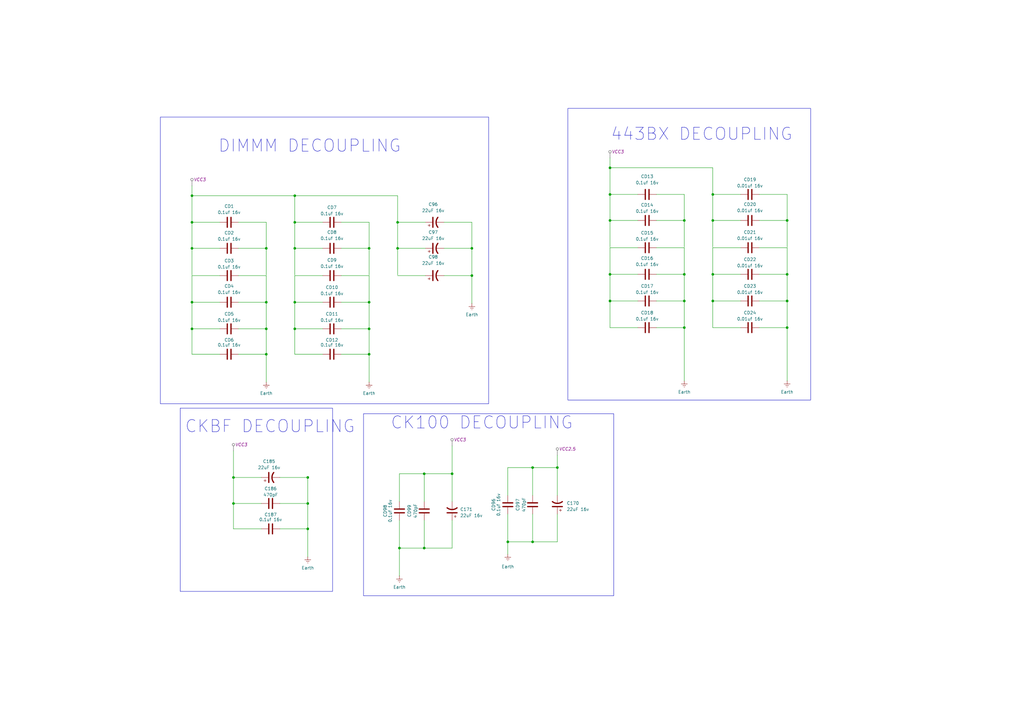
<source format=kicad_sch>
(kicad_sch
	(version 20241004)
	(generator "eeschema")
	(generator_version "8.99")
	(uuid "c21d09c4-6e55-413b-846c-46e45027be87")
	(paper "A3")
	(title_block
		(date "Thursday, April 09, 1998")
		(rev "1.0")
	)
	(lib_symbols
		(symbol "Device:C"
			(pin_numbers
				(hide yes)
			)
			(pin_names
				(offset 0.254)
			)
			(exclude_from_sim no)
			(in_bom yes)
			(on_board yes)
			(property "Reference" "C"
				(at 0.635 2.54 0)
				(effects
					(font
						(size 1.27 1.27)
					)
					(justify left)
				)
			)
			(property "Value" "C"
				(at 0.635 -2.54 0)
				(effects
					(font
						(size 1.27 1.27)
					)
					(justify left)
				)
			)
			(property "Footprint" ""
				(at 0.9652 -3.81 0)
				(effects
					(font
						(size 1.27 1.27)
					)
					(hide yes)
				)
			)
			(property "Datasheet" "~"
				(at 0 0 0)
				(effects
					(font
						(size 1.27 1.27)
					)
					(hide yes)
				)
			)
			(property "Description" "Unpolarized capacitor"
				(at 0 0 0)
				(effects
					(font
						(size 1.27 1.27)
					)
					(hide yes)
				)
			)
			(property "ki_keywords" "cap capacitor"
				(at 0 0 0)
				(effects
					(font
						(size 1.27 1.27)
					)
					(hide yes)
				)
			)
			(property "ki_fp_filters" "C_*"
				(at 0 0 0)
				(effects
					(font
						(size 1.27 1.27)
					)
					(hide yes)
				)
			)
			(symbol "C_0_1"
				(polyline
					(pts
						(xy -2.032 0.762) (xy 2.032 0.762)
					)
					(stroke
						(width 0.508)
						(type default)
					)
					(fill
						(type none)
					)
				)
				(polyline
					(pts
						(xy -2.032 -0.762) (xy 2.032 -0.762)
					)
					(stroke
						(width 0.508)
						(type default)
					)
					(fill
						(type none)
					)
				)
			)
			(symbol "C_1_1"
				(pin passive line
					(at 0 3.81 270)
					(length 2.794)
					(name "~"
						(effects
							(font
								(size 1.27 1.27)
							)
						)
					)
					(number "1"
						(effects
							(font
								(size 1.27 1.27)
							)
						)
					)
				)
				(pin passive line
					(at 0 -3.81 90)
					(length 2.794)
					(name "~"
						(effects
							(font
								(size 1.27 1.27)
							)
						)
					)
					(number "2"
						(effects
							(font
								(size 1.27 1.27)
							)
						)
					)
				)
			)
			(embedded_fonts no)
		)
		(symbol "Device:C_Polarized_US"
			(pin_numbers
				(hide yes)
			)
			(pin_names
				(offset 0.254)
				(hide yes)
			)
			(exclude_from_sim no)
			(in_bom yes)
			(on_board yes)
			(property "Reference" "C"
				(at 0.635 2.54 0)
				(effects
					(font
						(size 1.27 1.27)
					)
					(justify left)
				)
			)
			(property "Value" "C_Polarized_US"
				(at 0.635 -2.54 0)
				(effects
					(font
						(size 1.27 1.27)
					)
					(justify left)
				)
			)
			(property "Footprint" ""
				(at 0 0 0)
				(effects
					(font
						(size 1.27 1.27)
					)
					(hide yes)
				)
			)
			(property "Datasheet" "~"
				(at 0 0 0)
				(effects
					(font
						(size 1.27 1.27)
					)
					(hide yes)
				)
			)
			(property "Description" "Polarized capacitor, US symbol"
				(at 0 0 0)
				(effects
					(font
						(size 1.27 1.27)
					)
					(hide yes)
				)
			)
			(property "ki_keywords" "cap capacitor"
				(at 0 0 0)
				(effects
					(font
						(size 1.27 1.27)
					)
					(hide yes)
				)
			)
			(property "ki_fp_filters" "CP_*"
				(at 0 0 0)
				(effects
					(font
						(size 1.27 1.27)
					)
					(hide yes)
				)
			)
			(symbol "C_Polarized_US_0_1"
				(polyline
					(pts
						(xy -2.032 0.762) (xy 2.032 0.762)
					)
					(stroke
						(width 0.508)
						(type default)
					)
					(fill
						(type none)
					)
				)
				(polyline
					(pts
						(xy -1.778 2.286) (xy -0.762 2.286)
					)
					(stroke
						(width 0)
						(type default)
					)
					(fill
						(type none)
					)
				)
				(polyline
					(pts
						(xy -1.27 1.778) (xy -1.27 2.794)
					)
					(stroke
						(width 0)
						(type default)
					)
					(fill
						(type none)
					)
				)
				(arc
					(start -2.032 -1.27)
					(mid 0 -0.5572)
					(end 2.032 -1.27)
					(stroke
						(width 0.508)
						(type default)
					)
					(fill
						(type none)
					)
				)
			)
			(symbol "C_Polarized_US_1_1"
				(pin passive line
					(at 0 3.81 270)
					(length 2.794)
					(name "~"
						(effects
							(font
								(size 1.27 1.27)
							)
						)
					)
					(number "1"
						(effects
							(font
								(size 1.27 1.27)
							)
						)
					)
				)
				(pin passive line
					(at 0 -3.81 90)
					(length 3.302)
					(name "~"
						(effects
							(font
								(size 1.27 1.27)
							)
						)
					)
					(number "2"
						(effects
							(font
								(size 1.27 1.27)
							)
						)
					)
				)
			)
			(embedded_fonts no)
		)
		(symbol "power:Earth"
			(power)
			(pin_numbers
				(hide yes)
			)
			(pin_names
				(offset 0)
				(hide yes)
			)
			(exclude_from_sim no)
			(in_bom yes)
			(on_board yes)
			(property "Reference" "#PWR"
				(at 0 -6.35 0)
				(effects
					(font
						(size 1.27 1.27)
					)
					(hide yes)
				)
			)
			(property "Value" "Earth"
				(at 0 -3.81 0)
				(effects
					(font
						(size 1.27 1.27)
					)
				)
			)
			(property "Footprint" ""
				(at 0 0 0)
				(effects
					(font
						(size 1.27 1.27)
					)
					(hide yes)
				)
			)
			(property "Datasheet" "~"
				(at 0 0 0)
				(effects
					(font
						(size 1.27 1.27)
					)
					(hide yes)
				)
			)
			(property "Description" "Power symbol creates a global label with name \"Earth\""
				(at 0 0 0)
				(effects
					(font
						(size 1.27 1.27)
					)
					(hide yes)
				)
			)
			(property "ki_keywords" "global ground gnd"
				(at 0 0 0)
				(effects
					(font
						(size 1.27 1.27)
					)
					(hide yes)
				)
			)
			(symbol "Earth_0_1"
				(polyline
					(pts
						(xy -0.635 -1.905) (xy 0.635 -1.905)
					)
					(stroke
						(width 0)
						(type default)
					)
					(fill
						(type none)
					)
				)
				(polyline
					(pts
						(xy -0.127 -2.54) (xy 0.127 -2.54)
					)
					(stroke
						(width 0)
						(type default)
					)
					(fill
						(type none)
					)
				)
				(polyline
					(pts
						(xy 0 -1.27) (xy 0 0)
					)
					(stroke
						(width 0)
						(type default)
					)
					(fill
						(type none)
					)
				)
				(polyline
					(pts
						(xy 1.27 -1.27) (xy -1.27 -1.27)
					)
					(stroke
						(width 0)
						(type default)
					)
					(fill
						(type none)
					)
				)
			)
			(symbol "Earth_1_1"
				(pin power_in line
					(at 0 0 270)
					(length 0)
					(name "~"
						(effects
							(font
								(size 1.27 1.27)
							)
						)
					)
					(number "1"
						(effects
							(font
								(size 1.27 1.27)
							)
						)
					)
				)
			)
			(embedded_fonts no)
		)
	)
	(rectangle
		(start 232.918 44.45)
		(end 332.486 164.084)
		(stroke
			(width 0)
			(type default)
		)
		(fill
			(type none)
		)
		(uuid 0e64a682-9689-437a-b9b2-0f2650597907)
	)
	(rectangle
		(start 65.786 48.006)
		(end 200.406 165.608)
		(stroke
			(width 0)
			(type default)
		)
		(fill
			(type none)
		)
		(uuid 2c2c39f9-b801-4a81-b11e-4738c133e46e)
	)
	(rectangle
		(start 149.098 169.672)
		(end 251.714 244.348)
		(stroke
			(width 0)
			(type default)
		)
		(fill
			(type none)
		)
		(uuid 3e04319e-152a-4459-9e80-605e93b0bdbb)
	)
	(rectangle
		(start 73.914 167.386)
		(end 136.398 242.57)
		(stroke
			(width 0)
			(type default)
		)
		(fill
			(type none)
		)
		(uuid a9cdc3cb-a15d-4b86-8b64-d7d84efdbedf)
	)
	(text "CK100 DECOUPLING\n"
		(exclude_from_sim no)
		(at 197.612 173.482 0)
		(effects
			(font
				(size 5 5)
			)
		)
		(uuid "0e278841-b56a-448c-ab38-d0fec8ec1a23")
	)
	(text "443BX DECOUPLING"
		(exclude_from_sim no)
		(at 287.782 55.118 0)
		(effects
			(font
				(size 5 5)
			)
		)
		(uuid "1e31d693-74b5-4108-ae52-471f6e2540f5")
	)
	(text "CKBF DECOUPLING\n"
		(exclude_from_sim no)
		(at 110.744 175.006 0)
		(effects
			(font
				(size 5 5)
			)
		)
		(uuid "986e29d9-8c5c-4d98-9bd6-491ec4414958")
	)
	(text "DIMMM DECOUPLING"
		(exclude_from_sim no)
		(at 127 59.944 0)
		(effects
			(font
				(size 5 5)
			)
		)
		(uuid "da048af8-f861-43ca-990c-b9732f2036de")
	)
	(junction
		(at 292.354 90.424)
		(diameter 0)
		(color 0 0 0 0)
		(uuid "008c4da0-9f5d-49e6-b8c5-410de26ddfea")
	)
	(junction
		(at 78.74 80.264)
		(diameter 0)
		(color 0 0 0 0)
		(uuid "00ff311c-eed8-48f9-930d-62e959374da0")
	)
	(junction
		(at 250.19 79.756)
		(diameter 0)
		(color 0 0 0 0)
		(uuid "0c326728-46e7-4da2-b344-ae3534655b01")
	)
	(junction
		(at 208.28 222.25)
		(diameter 0)
		(color 0 0 0 0)
		(uuid "0ee89713-0629-4b9f-9353-0d3c5bbf5402")
	)
	(junction
		(at 163.068 91.186)
		(diameter 0)
		(color 0 0 0 0)
		(uuid "16d82139-feb7-4b42-bd3f-787f7514e691")
	)
	(junction
		(at 292.354 79.756)
		(diameter 0)
		(color 0 0 0 0)
		(uuid "1b94e243-6366-4210-90af-d72ee61a5b4a")
	)
	(junction
		(at 322.834 134.366)
		(diameter 0)
		(color 0 0 0 0)
		(uuid "1fd2eb15-2523-4ab1-96e5-a256c1cb2752")
	)
	(junction
		(at 280.67 134.366)
		(diameter 0)
		(color 0 0 0 0)
		(uuid "2016bc04-cb9b-4f18-8a1c-52a2b29da0f7")
	)
	(junction
		(at 95.758 206.502)
		(diameter 0)
		(color 0 0 0 0)
		(uuid "21ffcda4-c758-4b11-955f-ac124fe41109")
	)
	(junction
		(at 322.834 112.522)
		(diameter 0)
		(color 0 0 0 0)
		(uuid "2333aec5-5f1b-426e-9a3e-6f51fcbcb1b1")
	)
	(junction
		(at 78.74 134.874)
		(diameter 0)
		(color 0 0 0 0)
		(uuid "279c0660-2464-46a9-b281-3adefeaecd46")
	)
	(junction
		(at 151.384 134.874)
		(diameter 0)
		(color 0 0 0 0)
		(uuid "2b3d527c-014e-49d0-ae88-6ecf61895703")
	)
	(junction
		(at 120.904 101.854)
		(diameter 0)
		(color 0 0 0 0)
		(uuid "2e35e020-c1bd-4d54-8aea-3f819f8d107f")
	)
	(junction
		(at 78.74 123.952)
		(diameter 0)
		(color 0 0 0 0)
		(uuid "31f131ed-99d2-4ddf-a34f-f9b2975853da")
	)
	(junction
		(at 109.22 101.854)
		(diameter 0)
		(color 0 0 0 0)
		(uuid "3bc61ed8-f3e5-41c9-9771-5c199093d8a3")
	)
	(junction
		(at 292.354 123.444)
		(diameter 0)
		(color 0 0 0 0)
		(uuid "3f468260-de2c-46e5-9410-fc55e72962f9")
	)
	(junction
		(at 250.19 112.522)
		(diameter 0)
		(color 0 0 0 0)
		(uuid "4259e584-1a54-498f-bf1f-c97e70bf22f9")
	)
	(junction
		(at 250.19 90.424)
		(diameter 0)
		(color 0 0 0 0)
		(uuid "43954b91-b3b7-4602-b98c-483f9c930dc7")
	)
	(junction
		(at 120.904 91.186)
		(diameter 0)
		(color 0 0 0 0)
		(uuid "4dfec9f8-5850-49e6-babb-be52258629c2")
	)
	(junction
		(at 95.758 195.834)
		(diameter 0)
		(color 0 0 0 0)
		(uuid "4fd4a317-03bd-4d9f-8dbb-54c3c5b6e583")
	)
	(junction
		(at 109.22 134.874)
		(diameter 0)
		(color 0 0 0 0)
		(uuid "5435bd05-7d1a-4cb2-92a3-edee64d9ddf4")
	)
	(junction
		(at 109.22 123.952)
		(diameter 0)
		(color 0 0 0 0)
		(uuid "56edd856-0f8f-4b82-9fb6-98204054c462")
	)
	(junction
		(at 280.67 90.424)
		(diameter 0)
		(color 0 0 0 0)
		(uuid "5736d281-c282-4cef-8d21-bf7de705ac47")
	)
	(junction
		(at 292.354 112.522)
		(diameter 0)
		(color 0 0 0 0)
		(uuid "59ebe5b1-c53f-4fc9-8199-adfa6d9536ea")
	)
	(junction
		(at 185.42 194.31)
		(diameter 0)
		(color 0 0 0 0)
		(uuid "678a242e-1da9-4232-835f-09b1fa0e07f3")
	)
	(junction
		(at 280.67 112.522)
		(diameter 0)
		(color 0 0 0 0)
		(uuid "67cbaa3c-2828-4d16-ab8c-4c35455e17da")
	)
	(junction
		(at 120.904 80.264)
		(diameter 0)
		(color 0 0 0 0)
		(uuid "6a6328f1-5522-48b0-96c0-add7a3ca3448")
	)
	(junction
		(at 151.384 145.288)
		(diameter 0)
		(color 0 0 0 0)
		(uuid "6dbe14ab-f9fc-46ae-8dd3-3bddef499a1c")
	)
	(junction
		(at 120.904 123.952)
		(diameter 0)
		(color 0 0 0 0)
		(uuid "6eca7cef-721b-4f78-b4cf-8c3b5ee21ea6")
	)
	(junction
		(at 120.904 134.874)
		(diameter 0)
		(color 0 0 0 0)
		(uuid "75ce7443-1c6d-4c71-be73-55ebd53850ae")
	)
	(junction
		(at 228.6 191.77)
		(diameter 0)
		(color 0 0 0 0)
		(uuid "860edfe3-50dd-4ae7-a5bc-5347ae3ef24f")
	)
	(junction
		(at 126.238 216.916)
		(diameter 0)
		(color 0 0 0 0)
		(uuid "870977e3-38ad-4152-bf4c-fa32075117c8")
	)
	(junction
		(at 322.834 90.424)
		(diameter 0)
		(color 0 0 0 0)
		(uuid "8911ad8f-7920-4ee6-b870-a9da52df9ce7")
	)
	(junction
		(at 151.384 123.952)
		(diameter 0)
		(color 0 0 0 0)
		(uuid "8be8de0f-24f6-434e-be44-55cc24e34282")
	)
	(junction
		(at 78.74 101.854)
		(diameter 0)
		(color 0 0 0 0)
		(uuid "91257e9d-e0ff-4778-8ef5-a0b806947e0d")
	)
	(junction
		(at 218.44 191.77)
		(diameter 0)
		(color 0 0 0 0)
		(uuid "a0429ab4-6ac5-4b24-9ae1-d7215ac494a7")
	)
	(junction
		(at 163.068 101.854)
		(diameter 0)
		(color 0 0 0 0)
		(uuid "a506d056-2650-4ccb-9a31-c33f39e72d70")
	)
	(junction
		(at 280.67 123.444)
		(diameter 0)
		(color 0 0 0 0)
		(uuid "b1e54e9c-5314-4db5-9ef1-0cdf6d26eec2")
	)
	(junction
		(at 250.19 68.834)
		(diameter 0)
		(color 0 0 0 0)
		(uuid "b655b586-4ad4-4f03-bc70-4356393030e9")
	)
	(junction
		(at 173.99 194.31)
		(diameter 0)
		(color 0 0 0 0)
		(uuid "bcbf76fd-5f6e-4d76-99c2-c9319fa9f554")
	)
	(junction
		(at 173.99 224.79)
		(diameter 0)
		(color 0 0 0 0)
		(uuid "be6c06d8-6801-4760-b0d9-81c2f1a8af50")
	)
	(junction
		(at 193.548 101.854)
		(diameter 0)
		(color 0 0 0 0)
		(uuid "c04ecafa-8036-48a3-9c08-93fc8c753734")
	)
	(junction
		(at 322.834 123.444)
		(diameter 0)
		(color 0 0 0 0)
		(uuid "c051a23f-5baf-4455-9802-134af88f6352")
	)
	(junction
		(at 126.238 195.834)
		(diameter 0)
		(color 0 0 0 0)
		(uuid "c53ecbb9-86c7-4005-b3b8-7761f94edb82")
	)
	(junction
		(at 78.74 91.186)
		(diameter 0)
		(color 0 0 0 0)
		(uuid "c6d5b677-899b-4631-8a26-9a0838264ef4")
	)
	(junction
		(at 126.238 206.502)
		(diameter 0)
		(color 0 0 0 0)
		(uuid "c7eccda9-20c6-4674-b2e9-d45a24c15a0c")
	)
	(junction
		(at 163.83 224.79)
		(diameter 0)
		(color 0 0 0 0)
		(uuid "c918daa8-11c7-4664-8ea8-df6b048c0edb")
	)
	(junction
		(at 250.19 123.444)
		(diameter 0)
		(color 0 0 0 0)
		(uuid "caffcb6d-41bd-4663-91cb-04041b1d2dae")
	)
	(junction
		(at 218.44 222.25)
		(diameter 0)
		(color 0 0 0 0)
		(uuid "d45c896a-2c0e-4a1d-8170-80b7ea020570")
	)
	(junction
		(at 109.22 145.288)
		(diameter 0)
		(color 0 0 0 0)
		(uuid "d7571d61-c533-4e0b-a1a5-276ec0c3fbff")
	)
	(junction
		(at 151.384 101.854)
		(diameter 0)
		(color 0 0 0 0)
		(uuid "e045e79f-75f8-4229-9058-8bff491d7dc2")
	)
	(junction
		(at 193.548 113.03)
		(diameter 0)
		(color 0 0 0 0)
		(uuid "e17649f8-8f2f-4bf3-b78c-e8c733cbf204")
	)
	(wire
		(pts
			(xy 109.22 91.186) (xy 109.22 101.854)
		)
		(stroke
			(width 0)
			(type default)
		)
		(uuid "0393129f-4446-4c4f-83d3-cdcc8cc0b389")
	)
	(wire
		(pts
			(xy 90.17 145.288) (xy 78.74 145.288)
		)
		(stroke
			(width 0)
			(type default)
		)
		(uuid "03efbe5e-b504-4a9b-95f8-d7c6a2b4c833")
	)
	(wire
		(pts
			(xy 250.19 90.424) (xy 250.19 101.346)
		)
		(stroke
			(width 0)
			(type default)
		)
		(uuid "0694fcd1-f27b-4c46-ade9-4d28b8c82066")
	)
	(wire
		(pts
			(xy 90.17 91.186) (xy 78.74 91.186)
		)
		(stroke
			(width 0)
			(type default)
		)
		(uuid "0a2cd506-7671-4f4f-926a-fd4711707635")
	)
	(wire
		(pts
			(xy 114.808 206.502) (xy 126.238 206.502)
		)
		(stroke
			(width 0)
			(type default)
		)
		(uuid "0ae75d0e-e85d-425b-b3f7-6ec2c5e3aedb")
	)
	(wire
		(pts
			(xy 182.118 113.03) (xy 193.548 113.03)
		)
		(stroke
			(width 0)
			(type default)
		)
		(uuid "0d738661-4ec9-4f70-b77a-4b56ff3587c3")
	)
	(wire
		(pts
			(xy 218.44 203.2) (xy 218.44 191.77)
		)
		(stroke
			(width 0)
			(type default)
		)
		(uuid "10f5fd29-7c71-4f97-b4be-68e44838b499")
	)
	(wire
		(pts
			(xy 95.758 184.912) (xy 95.758 195.834)
		)
		(stroke
			(width 0)
			(type default)
		)
		(uuid "14a64f6f-26e6-4973-ad5f-91feadbe76e3")
	)
	(wire
		(pts
			(xy 311.404 123.444) (xy 322.834 123.444)
		)
		(stroke
			(width 0)
			(type default)
		)
		(uuid "15dc1b07-1d64-4e63-8d13-d1c98007512e")
	)
	(wire
		(pts
			(xy 250.19 123.444) (xy 250.19 134.366)
		)
		(stroke
			(width 0)
			(type default)
		)
		(uuid "15df6523-1eb5-406b-9eb8-e2546a20c738")
	)
	(wire
		(pts
			(xy 78.74 134.874) (xy 78.74 145.288)
		)
		(stroke
			(width 0)
			(type default)
		)
		(uuid "17fe558f-e3d0-44de-b05c-7dafcea2df46")
	)
	(wire
		(pts
			(xy 97.79 113.03) (xy 109.22 113.03)
		)
		(stroke
			(width 0)
			(type default)
		)
		(uuid "1820935d-9668-48b4-b7a1-a6457064c8b6")
	)
	(wire
		(pts
			(xy 139.954 123.952) (xy 151.384 123.952)
		)
		(stroke
			(width 0)
			(type default)
		)
		(uuid "1875fa93-50e9-43ad-b0de-a258e31c5ba2")
	)
	(wire
		(pts
			(xy 139.954 134.874) (xy 151.384 134.874)
		)
		(stroke
			(width 0)
			(type default)
		)
		(uuid "19b47681-c387-459e-8b9a-2b3df08a8249")
	)
	(wire
		(pts
			(xy 228.6 203.2) (xy 228.6 191.77)
		)
		(stroke
			(width 0)
			(type default)
		)
		(uuid "1b6192bc-f120-4912-9580-cbb84375f129")
	)
	(wire
		(pts
			(xy 185.42 205.74) (xy 185.42 194.31)
		)
		(stroke
			(width 0)
			(type default)
		)
		(uuid "1d139425-a09f-4fc5-a008-e228370017bb")
	)
	(wire
		(pts
			(xy 151.384 113.03) (xy 151.384 123.952)
		)
		(stroke
			(width 0)
			(type default)
		)
		(uuid "1e4aba9e-27a4-49db-bf8b-7d605cb8cf7f")
	)
	(wire
		(pts
			(xy 114.808 216.916) (xy 126.238 216.916)
		)
		(stroke
			(width 0)
			(type default)
		)
		(uuid "1e84130a-eac2-44c2-88ea-6de0a766fc19")
	)
	(wire
		(pts
			(xy 163.83 213.36) (xy 163.83 224.79)
		)
		(stroke
			(width 0)
			(type default)
		)
		(uuid "1fa25745-6e27-4039-bba5-3461d0638119")
	)
	(wire
		(pts
			(xy 228.6 222.25) (xy 218.44 222.25)
		)
		(stroke
			(width 0)
			(type default)
		)
		(uuid "24666492-148f-43bf-9639-8e80248d6461")
	)
	(wire
		(pts
			(xy 151.384 134.874) (xy 151.384 145.288)
		)
		(stroke
			(width 0)
			(type default)
		)
		(uuid "24ff6d58-a86e-42ce-a065-4896f0c7d346")
	)
	(wire
		(pts
			(xy 163.068 91.186) (xy 163.068 101.854)
		)
		(stroke
			(width 0)
			(type default)
		)
		(uuid "257a4991-419d-4ba3-b4bf-1fe18e403dd6")
	)
	(wire
		(pts
			(xy 208.28 203.2) (xy 208.28 191.77)
		)
		(stroke
			(width 0)
			(type default)
		)
		(uuid "25b6d01e-e108-4170-b6bc-388d1a011f18")
	)
	(wire
		(pts
			(xy 182.118 101.854) (xy 193.548 101.854)
		)
		(stroke
			(width 0)
			(type default)
		)
		(uuid "28520058-8c40-4863-aca1-f46153089950")
	)
	(wire
		(pts
			(xy 97.79 145.288) (xy 109.22 145.288)
		)
		(stroke
			(width 0)
			(type default)
		)
		(uuid "297a774c-3ba7-466a-a9bc-9ff95b9e11ef")
	)
	(wire
		(pts
			(xy 280.67 79.756) (xy 280.67 90.424)
		)
		(stroke
			(width 0)
			(type default)
		)
		(uuid "2c1bc24a-5f5f-4c2a-9403-3452c782389e")
	)
	(wire
		(pts
			(xy 97.79 123.952) (xy 109.22 123.952)
		)
		(stroke
			(width 0)
			(type default)
		)
		(uuid "2cf406d0-68e9-4ebc-b774-d1b15e4e52f0")
	)
	(wire
		(pts
			(xy 90.17 134.874) (xy 78.74 134.874)
		)
		(stroke
			(width 0)
			(type default)
		)
		(uuid "2d9e38b9-e8da-4b08-8fe1-13b30197de54")
	)
	(wire
		(pts
			(xy 132.334 113.03) (xy 120.904 113.03)
		)
		(stroke
			(width 0)
			(type default)
		)
		(uuid "2dcf7dd6-01cd-4a56-9e05-7b52f47dc7d9")
	)
	(wire
		(pts
			(xy 292.354 101.6) (xy 292.354 112.522)
		)
		(stroke
			(width 0)
			(type default)
		)
		(uuid "2f92c783-cec4-4777-a16e-0432499128db")
	)
	(wire
		(pts
			(xy 250.19 64.77) (xy 250.19 68.834)
		)
		(stroke
			(width 0)
			(type default)
		)
		(uuid "31db9880-ec3d-4e46-b461-7f4ac884eca1")
	)
	(wire
		(pts
			(xy 173.99 213.36) (xy 173.99 224.79)
		)
		(stroke
			(width 0)
			(type default)
		)
		(uuid "322752dd-be94-41b4-8815-014ba9447afc")
	)
	(wire
		(pts
			(xy 95.758 195.834) (xy 95.758 206.502)
		)
		(stroke
			(width 0)
			(type default)
		)
		(uuid "3740ffe9-4b36-4a0c-ba5e-e8bc6798a2d5")
	)
	(wire
		(pts
			(xy 163.068 80.264) (xy 163.068 91.186)
		)
		(stroke
			(width 0)
			(type default)
		)
		(uuid "39798034-8a20-410c-ae9c-95b183c0220d")
	)
	(wire
		(pts
			(xy 109.22 101.854) (xy 109.22 112.776)
		)
		(stroke
			(width 0)
			(type default)
		)
		(uuid "3bba4a78-ba10-4fa4-8798-07cb1e559ac4")
	)
	(wire
		(pts
			(xy 97.79 101.854) (xy 109.22 101.854)
		)
		(stroke
			(width 0)
			(type default)
		)
		(uuid "3dc679c8-0830-4569-9052-d6dd045bf3c8")
	)
	(wire
		(pts
			(xy 109.22 145.288) (xy 109.22 156.718)
		)
		(stroke
			(width 0)
			(type default)
		)
		(uuid "3e69d726-68e7-475c-84a8-c99fdd29b923")
	)
	(wire
		(pts
			(xy 132.334 145.288) (xy 120.904 145.288)
		)
		(stroke
			(width 0)
			(type default)
		)
		(uuid "3ff4074a-2f61-4397-85c4-7550e53e045a")
	)
	(wire
		(pts
			(xy 78.74 80.264) (xy 78.74 91.186)
		)
		(stroke
			(width 0)
			(type default)
		)
		(uuid "412a2cdb-6886-4a0f-8fd3-b7ebfd35c03a")
	)
	(wire
		(pts
			(xy 250.19 112.522) (xy 250.19 123.444)
		)
		(stroke
			(width 0)
			(type default)
		)
		(uuid "44a07d67-a6c3-4c26-9126-e7d2de08d00d")
	)
	(wire
		(pts
			(xy 261.62 112.522) (xy 250.19 112.522)
		)
		(stroke
			(width 0)
			(type default)
		)
		(uuid "45d96afe-9d43-4213-a81c-541b5e12150d")
	)
	(wire
		(pts
			(xy 250.19 101.6) (xy 250.19 112.522)
		)
		(stroke
			(width 0)
			(type default)
		)
		(uuid "474568bb-7fa1-43c1-8b47-28f5391bd7ac")
	)
	(wire
		(pts
			(xy 182.118 91.186) (xy 193.548 91.186)
		)
		(stroke
			(width 0)
			(type default)
		)
		(uuid "49ce11ed-cdde-4f4c-8174-2d5e0c32759d")
	)
	(wire
		(pts
			(xy 322.834 79.756) (xy 322.834 90.424)
		)
		(stroke
			(width 0)
			(type default)
		)
		(uuid "4e7d17ab-23d2-4ee0-b9b2-5acf33dfe770")
	)
	(wire
		(pts
			(xy 322.834 112.522) (xy 322.834 123.444)
		)
		(stroke
			(width 0)
			(type default)
		)
		(uuid "5134f215-1559-417a-b8c9-6d79724dde87")
	)
	(wire
		(pts
			(xy 261.62 79.756) (xy 250.19 79.756)
		)
		(stroke
			(width 0)
			(type default)
		)
		(uuid "514a3988-b741-42e3-bfe8-d9ec699f4fb3")
	)
	(wire
		(pts
			(xy 132.334 91.186) (xy 120.904 91.186)
		)
		(stroke
			(width 0)
			(type default)
		)
		(uuid "53aa7579-0601-456c-b7b6-8ff37110744a")
	)
	(wire
		(pts
			(xy 90.17 101.854) (xy 78.74 101.854)
		)
		(stroke
			(width 0)
			(type default)
		)
		(uuid "53ce07a0-632f-4946-946c-851ded238628")
	)
	(wire
		(pts
			(xy 90.17 123.952) (xy 78.74 123.952)
		)
		(stroke
			(width 0)
			(type default)
		)
		(uuid "54306969-a7af-4f41-8d3a-59212da05ccb")
	)
	(wire
		(pts
			(xy 303.784 123.444) (xy 292.354 123.444)
		)
		(stroke
			(width 0)
			(type default)
		)
		(uuid "54c81bbf-c387-4df4-8e8d-769bdf8bf3f7")
	)
	(wire
		(pts
			(xy 120.904 80.264) (xy 120.904 91.186)
		)
		(stroke
			(width 0)
			(type default)
		)
		(uuid "55fa0a63-9dd8-4960-9c0c-a7f60d1f94d5")
	)
	(wire
		(pts
			(xy 109.22 134.874) (xy 109.22 145.288)
		)
		(stroke
			(width 0)
			(type default)
		)
		(uuid "5679f71d-6ac4-426a-adc6-1edab95e51e0")
	)
	(wire
		(pts
			(xy 120.904 113.03) (xy 120.904 123.952)
		)
		(stroke
			(width 0)
			(type default)
		)
		(uuid "5b72723b-2100-4138-baf8-af0a463847f0")
	)
	(wire
		(pts
			(xy 120.904 91.186) (xy 120.904 101.854)
		)
		(stroke
			(width 0)
			(type default)
		)
		(uuid "5c82d90d-d2ed-4b81-9e6a-4b6a47bde396")
	)
	(wire
		(pts
			(xy 174.498 91.186) (xy 163.068 91.186)
		)
		(stroke
			(width 0)
			(type default)
		)
		(uuid "5df0c4ed-959a-4aa3-afea-d8233607d723")
	)
	(wire
		(pts
			(xy 109.22 113.03) (xy 109.22 123.952)
		)
		(stroke
			(width 0)
			(type default)
		)
		(uuid "5e1f0e59-ec56-4c1e-8309-b057bd313c6b")
	)
	(wire
		(pts
			(xy 174.498 101.854) (xy 163.068 101.854)
		)
		(stroke
			(width 0)
			(type default)
		)
		(uuid "5eb6d9df-e1ff-4711-b84c-11f25ab5df07")
	)
	(wire
		(pts
			(xy 269.24 134.366) (xy 280.67 134.366)
		)
		(stroke
			(width 0)
			(type default)
		)
		(uuid "5eeb616b-f26a-4183-b3fb-2248e2b79b64")
	)
	(wire
		(pts
			(xy 218.44 222.25) (xy 208.28 222.25)
		)
		(stroke
			(width 0)
			(type default)
		)
		(uuid "6009fad5-7570-438f-93e5-6ff4a4a60f72")
	)
	(wire
		(pts
			(xy 292.354 68.834) (xy 292.354 79.756)
		)
		(stroke
			(width 0)
			(type default)
		)
		(uuid "604509c2-493a-42ec-8dfc-ca118a9ce35b")
	)
	(wire
		(pts
			(xy 132.334 123.952) (xy 120.904 123.952)
		)
		(stroke
			(width 0)
			(type default)
		)
		(uuid "60e5b21c-64b0-475b-9b99-3ee2eb167c3a")
	)
	(wire
		(pts
			(xy 120.904 101.854) (xy 120.904 112.776)
		)
		(stroke
			(width 0)
			(type default)
		)
		(uuid "6e1b6bee-0a33-47b4-99aa-ba3f6df10017")
	)
	(wire
		(pts
			(xy 250.19 68.834) (xy 250.19 79.756)
		)
		(stroke
			(width 0)
			(type default)
		)
		(uuid "6f173fad-4d35-44e0-87b2-17f919fb8aa9")
	)
	(wire
		(pts
			(xy 292.354 79.756) (xy 292.354 90.424)
		)
		(stroke
			(width 0)
			(type default)
		)
		(uuid "6fe0a228-e9d1-4b99-9ef6-ab8226ed2cbf")
	)
	(wire
		(pts
			(xy 107.188 216.916) (xy 95.758 216.916)
		)
		(stroke
			(width 0)
			(type default)
		)
		(uuid "7203ef6b-bac6-412f-9505-9471fccd7326")
	)
	(wire
		(pts
			(xy 185.42 213.36) (xy 185.42 224.79)
		)
		(stroke
			(width 0)
			(type default)
		)
		(uuid "723c3d69-16bf-4bf6-b045-550fcbd71f13")
	)
	(wire
		(pts
			(xy 120.904 123.952) (xy 120.904 134.874)
		)
		(stroke
			(width 0)
			(type default)
		)
		(uuid "7495af37-51c3-486a-96e2-165be2f07631")
	)
	(wire
		(pts
			(xy 303.784 134.366) (xy 292.354 134.366)
		)
		(stroke
			(width 0)
			(type default)
		)
		(uuid "74be4016-32c2-4ccf-bb3c-c17ac8ee5840")
	)
	(wire
		(pts
			(xy 185.42 194.31) (xy 173.99 194.31)
		)
		(stroke
			(width 0)
			(type default)
		)
		(uuid "754e564c-cc31-47a5-a715-1df3665df18a")
	)
	(wire
		(pts
			(xy 280.67 101.6) (xy 280.67 112.522)
		)
		(stroke
			(width 0)
			(type default)
		)
		(uuid "77c7b03a-0e52-4665-a6ac-07be89094cd3")
	)
	(wire
		(pts
			(xy 193.548 91.186) (xy 193.548 101.854)
		)
		(stroke
			(width 0)
			(type default)
		)
		(uuid "787f781e-1f9e-4d04-9d05-8d526c200b03")
	)
	(wire
		(pts
			(xy 322.834 101.6) (xy 322.834 112.522)
		)
		(stroke
			(width 0)
			(type default)
		)
		(uuid "7aad1a97-8cfc-4639-b940-5441c9aa9ddc")
	)
	(wire
		(pts
			(xy 132.334 134.874) (xy 120.904 134.874)
		)
		(stroke
			(width 0)
			(type default)
		)
		(uuid "7b63ccef-0bff-4e00-a8a8-af7424c107df")
	)
	(wire
		(pts
			(xy 303.784 101.6) (xy 292.354 101.6)
		)
		(stroke
			(width 0)
			(type default)
		)
		(uuid "7b67dfd7-3860-42df-a312-a1faf16111f7")
	)
	(wire
		(pts
			(xy 218.44 210.82) (xy 218.44 222.25)
		)
		(stroke
			(width 0)
			(type default)
		)
		(uuid "7e2b60fe-058e-408f-92d7-ec2e6391ffe4")
	)
	(wire
		(pts
			(xy 311.404 134.366) (xy 322.834 134.366)
		)
		(stroke
			(width 0)
			(type default)
		)
		(uuid "8021234f-c1b3-4341-9d80-af8529217c03")
	)
	(wire
		(pts
			(xy 250.19 68.834) (xy 292.354 68.834)
		)
		(stroke
			(width 0)
			(type default)
		)
		(uuid "856cf3d2-08e0-4395-94fc-6c3dc1a70050")
	)
	(wire
		(pts
			(xy 218.44 191.77) (xy 208.28 191.77)
		)
		(stroke
			(width 0)
			(type default)
		)
		(uuid "86dcc85d-a4fe-4756-8bd1-0bac446528ec")
	)
	(wire
		(pts
			(xy 126.238 216.916) (xy 126.238 228.346)
		)
		(stroke
			(width 0)
			(type default)
		)
		(uuid "8902d7f2-5edb-43ce-8d3e-a5fd6b026afd")
	)
	(wire
		(pts
			(xy 311.404 90.424) (xy 322.834 90.424)
		)
		(stroke
			(width 0)
			(type default)
		)
		(uuid "90615377-f62e-4d0a-a095-5a0fa1049acb")
	)
	(wire
		(pts
			(xy 269.24 123.444) (xy 280.67 123.444)
		)
		(stroke
			(width 0)
			(type default)
		)
		(uuid "90c7c2d7-569c-4e79-aa9d-e5c9c0a57173")
	)
	(wire
		(pts
			(xy 97.79 91.186) (xy 109.22 91.186)
		)
		(stroke
			(width 0)
			(type default)
		)
		(uuid "91634729-eb07-4579-8266-a38258a8a349")
	)
	(wire
		(pts
			(xy 163.83 205.74) (xy 163.83 194.31)
		)
		(stroke
			(width 0)
			(type default)
		)
		(uuid "931cd7ce-cbc7-40df-8df8-6595b37ad40f")
	)
	(wire
		(pts
			(xy 193.548 113.03) (xy 193.548 124.46)
		)
		(stroke
			(width 0)
			(type default)
		)
		(uuid "9362c4e8-bf26-4b14-9276-a43a58b878b4")
	)
	(wire
		(pts
			(xy 120.904 80.264) (xy 163.068 80.264)
		)
		(stroke
			(width 0)
			(type default)
		)
		(uuid "95396b6f-63d0-4b33-99f6-6b7db1f86ea3")
	)
	(wire
		(pts
			(xy 163.83 224.79) (xy 163.83 236.22)
		)
		(stroke
			(width 0)
			(type default)
		)
		(uuid "95658370-2948-4506-af66-a62856b2b09a")
	)
	(wire
		(pts
			(xy 311.404 101.6) (xy 322.834 101.6)
		)
		(stroke
			(width 0)
			(type default)
		)
		(uuid "9622227f-3f90-4b77-9b28-ccedc6dbb69a")
	)
	(wire
		(pts
			(xy 107.188 195.834) (xy 95.758 195.834)
		)
		(stroke
			(width 0)
			(type default)
		)
		(uuid "99569a26-e7cb-4f77-b4d7-5d118e61f0fa")
	)
	(wire
		(pts
			(xy 269.24 90.424) (xy 280.67 90.424)
		)
		(stroke
			(width 0)
			(type default)
		)
		(uuid "9b0ffcc2-4d44-4d27-8071-0ecf385550bd")
	)
	(wire
		(pts
			(xy 322.834 123.444) (xy 322.834 134.366)
		)
		(stroke
			(width 0)
			(type default)
		)
		(uuid "9e8109c2-f635-421b-92a3-653057148f4c")
	)
	(wire
		(pts
			(xy 78.74 91.186) (xy 78.74 101.854)
		)
		(stroke
			(width 0)
			(type default)
		)
		(uuid "a2bf2fd7-64a9-4a57-a2d2-b995d5c25d13")
	)
	(wire
		(pts
			(xy 228.6 191.77) (xy 218.44 191.77)
		)
		(stroke
			(width 0)
			(type default)
		)
		(uuid "a2c7bc57-18c5-4628-a766-b2ae24f0d34f")
	)
	(wire
		(pts
			(xy 303.784 79.756) (xy 292.354 79.756)
		)
		(stroke
			(width 0)
			(type default)
		)
		(uuid "a636ec54-7ef1-4648-96f8-114c4c9da5bd")
	)
	(wire
		(pts
			(xy 261.62 123.444) (xy 250.19 123.444)
		)
		(stroke
			(width 0)
			(type default)
		)
		(uuid "a68fef0c-f07b-4e9d-be59-0d2f4671d978")
	)
	(wire
		(pts
			(xy 261.62 90.424) (xy 250.19 90.424)
		)
		(stroke
			(width 0)
			(type default)
		)
		(uuid "a79f9a1a-317e-48af-bd96-309fd5e639c9")
	)
	(wire
		(pts
			(xy 139.954 91.186) (xy 151.384 91.186)
		)
		(stroke
			(width 0)
			(type default)
		)
		(uuid "a931d7c9-9923-49ea-9a57-f30c3314517d")
	)
	(wire
		(pts
			(xy 303.784 112.522) (xy 292.354 112.522)
		)
		(stroke
			(width 0)
			(type default)
		)
		(uuid "abd91644-1db6-4aad-a8d4-011a7411165b")
	)
	(wire
		(pts
			(xy 250.19 79.756) (xy 250.19 90.424)
		)
		(stroke
			(width 0)
			(type default)
		)
		(uuid "acb7d7f1-5cb7-428c-a638-562734891009")
	)
	(wire
		(pts
			(xy 78.74 80.264) (xy 120.904 80.264)
		)
		(stroke
			(width 0)
			(type default)
		)
		(uuid "adb599c9-d94f-4403-9257-ee952147cce9")
	)
	(wire
		(pts
			(xy 114.808 195.834) (xy 126.238 195.834)
		)
		(stroke
			(width 0)
			(type default)
		)
		(uuid "adfba20e-dc3d-4382-9231-c9d6cc562373")
	)
	(wire
		(pts
			(xy 269.24 79.756) (xy 280.67 79.756)
		)
		(stroke
			(width 0)
			(type default)
		)
		(uuid "b014fe4d-82ed-46eb-8679-57e943f6500c")
	)
	(wire
		(pts
			(xy 120.904 134.874) (xy 120.904 145.288)
		)
		(stroke
			(width 0)
			(type default)
		)
		(uuid "b1a2d6ee-8260-4239-a01a-b57ff67fd564")
	)
	(wire
		(pts
			(xy 151.384 123.952) (xy 151.384 134.874)
		)
		(stroke
			(width 0)
			(type default)
		)
		(uuid "b32b1532-7855-4b17-bcda-c87a6bc082c5")
	)
	(wire
		(pts
			(xy 208.28 210.82) (xy 208.28 222.25)
		)
		(stroke
			(width 0)
			(type default)
		)
		(uuid "b63e4864-d422-48e3-a5bb-d614a3022023")
	)
	(wire
		(pts
			(xy 280.67 112.522) (xy 280.67 123.444)
		)
		(stroke
			(width 0)
			(type default)
		)
		(uuid "b6f3c50a-8053-4989-a851-51f502a6e574")
	)
	(wire
		(pts
			(xy 139.954 145.288) (xy 151.384 145.288)
		)
		(stroke
			(width 0)
			(type default)
		)
		(uuid "b8886948-a781-4632-8e6f-c2d4c4ec120d")
	)
	(wire
		(pts
			(xy 228.6 210.82) (xy 228.6 222.25)
		)
		(stroke
			(width 0)
			(type default)
		)
		(uuid "bd4da6dc-aed2-43e1-ace9-c40aef0a1274")
	)
	(wire
		(pts
			(xy 163.068 101.854) (xy 163.068 112.776)
		)
		(stroke
			(width 0)
			(type default)
		)
		(uuid "be6fa4b5-83fe-40e1-af62-f4ed07dd00be")
	)
	(wire
		(pts
			(xy 126.238 195.58) (xy 126.238 195.834)
		)
		(stroke
			(width 0)
			(type default)
		)
		(uuid "bef56e18-bd12-47f1-bfe7-b482a3060d26")
	)
	(wire
		(pts
			(xy 109.22 123.952) (xy 109.22 134.874)
		)
		(stroke
			(width 0)
			(type default)
		)
		(uuid "bfff23c0-0938-4236-897c-919ecf5765e0")
	)
	(wire
		(pts
			(xy 228.6 186.69) (xy 228.6 191.77)
		)
		(stroke
			(width 0)
			(type default)
		)
		(uuid "c04d341d-7417-403d-ae85-a5cc186f987a")
	)
	(wire
		(pts
			(xy 261.62 101.6) (xy 250.19 101.6)
		)
		(stroke
			(width 0)
			(type default)
		)
		(uuid "c2087486-bade-4d2e-8c84-138ebd0c464f")
	)
	(wire
		(pts
			(xy 78.74 123.952) (xy 78.74 134.874)
		)
		(stroke
			(width 0)
			(type default)
		)
		(uuid "c2907fa7-e290-49b5-8e2c-e93bb64f55f4")
	)
	(wire
		(pts
			(xy 126.238 195.834) (xy 126.238 206.502)
		)
		(stroke
			(width 0)
			(type default)
		)
		(uuid "c6049d31-5803-4f48-8bc3-1f18361c2385")
	)
	(wire
		(pts
			(xy 173.99 224.79) (xy 163.83 224.79)
		)
		(stroke
			(width 0)
			(type default)
		)
		(uuid "cd06aec0-9a0e-465b-86a8-2e8a187e1727")
	)
	(wire
		(pts
			(xy 193.548 113.03) (xy 193.548 101.854)
		)
		(stroke
			(width 0)
			(type default)
		)
		(uuid "ce56738f-c6eb-4938-ad71-6d755b4384a8")
	)
	(wire
		(pts
			(xy 269.24 112.522) (xy 280.67 112.522)
		)
		(stroke
			(width 0)
			(type default)
		)
		(uuid "d1453543-6474-47fa-901d-7e790bb16753")
	)
	(wire
		(pts
			(xy 311.404 112.522) (xy 322.834 112.522)
		)
		(stroke
			(width 0)
			(type default)
		)
		(uuid "d1e0baf5-9bd1-4aef-aa4f-b36483b51010")
	)
	(wire
		(pts
			(xy 269.24 101.6) (xy 280.67 101.6)
		)
		(stroke
			(width 0)
			(type default)
		)
		(uuid "d1fd31c3-fcbb-42ad-a349-f1cc8390a328")
	)
	(wire
		(pts
			(xy 303.784 90.424) (xy 292.354 90.424)
		)
		(stroke
			(width 0)
			(type default)
		)
		(uuid "d3fa46fd-57c8-4b72-a0e3-8bd85556a0a4")
	)
	(wire
		(pts
			(xy 95.758 206.502) (xy 95.758 216.916)
		)
		(stroke
			(width 0)
			(type default)
		)
		(uuid "d5f1f60e-75d2-4f91-874d-11a55cc9f81a")
	)
	(wire
		(pts
			(xy 107.188 206.502) (xy 95.758 206.502)
		)
		(stroke
			(width 0)
			(type default)
		)
		(uuid "d6c2d047-e9ef-4f65-bdf1-6c9cf3eb3ea9")
	)
	(wire
		(pts
			(xy 292.354 112.522) (xy 292.354 123.444)
		)
		(stroke
			(width 0)
			(type default)
		)
		(uuid "d6d48d95-e1da-481f-afc0-bf7b38a775d4")
	)
	(wire
		(pts
			(xy 139.954 113.03) (xy 151.384 113.03)
		)
		(stroke
			(width 0)
			(type default)
		)
		(uuid "d78f2ccb-361f-4890-95e8-d82fb509b33f")
	)
	(wire
		(pts
			(xy 173.99 194.31) (xy 163.83 194.31)
		)
		(stroke
			(width 0)
			(type default)
		)
		(uuid "d994089a-b3f7-4f56-be45-ad05a9c23d01")
	)
	(wire
		(pts
			(xy 292.354 90.424) (xy 292.354 101.346)
		)
		(stroke
			(width 0)
			(type default)
		)
		(uuid "ddda1513-9d6e-4f61-8e14-3dab283cc129")
	)
	(wire
		(pts
			(xy 139.954 101.854) (xy 151.384 101.854)
		)
		(stroke
			(width 0)
			(type default)
		)
		(uuid "dec8f024-dcc3-4b40-b6ab-2d8ed98397ad")
	)
	(wire
		(pts
			(xy 151.384 145.288) (xy 151.384 156.718)
		)
		(stroke
			(width 0)
			(type default)
		)
		(uuid "df5dad47-5b1c-4a76-ac00-b4ed8f8c9f3a")
	)
	(wire
		(pts
			(xy 322.834 134.366) (xy 322.834 156.21)
		)
		(stroke
			(width 0)
			(type default)
		)
		(uuid "e036c3a2-7a69-4448-9b7d-49bc8dec6028")
	)
	(wire
		(pts
			(xy 78.74 76.2) (xy 78.74 80.264)
		)
		(stroke
			(width 0)
			(type default)
		)
		(uuid "e09511c5-28df-4841-8a8c-b7bbbb2c5f36")
	)
	(wire
		(pts
			(xy 261.62 134.366) (xy 250.19 134.366)
		)
		(stroke
			(width 0)
			(type default)
		)
		(uuid "e17c5ad6-9046-4dac-852a-ed9744544fa1")
	)
	(wire
		(pts
			(xy 185.42 182.88) (xy 185.42 194.31)
		)
		(stroke
			(width 0)
			(type default)
		)
		(uuid "e3018fc0-e1f3-41ef-8c5a-a6e5fbf5c255")
	)
	(wire
		(pts
			(xy 174.498 113.03) (xy 163.068 113.03)
		)
		(stroke
			(width 0)
			(type default)
		)
		(uuid "e5167191-790f-472b-a36d-e052b2ba8580")
	)
	(wire
		(pts
			(xy 311.404 79.756) (xy 322.834 79.756)
		)
		(stroke
			(width 0)
			(type default)
		)
		(uuid "e5304ce5-c303-44bc-ac54-fccbc41a1366")
	)
	(wire
		(pts
			(xy 173.99 205.74) (xy 173.99 194.31)
		)
		(stroke
			(width 0)
			(type default)
		)
		(uuid "e58c2cc6-ddfc-4b1f-8283-0d5227c5cd06")
	)
	(wire
		(pts
			(xy 280.67 90.424) (xy 280.67 101.346)
		)
		(stroke
			(width 0)
			(type default)
		)
		(uuid "e59eede4-335c-4c2f-a58d-9bb225769b2e")
	)
	(wire
		(pts
			(xy 78.74 113.03) (xy 78.74 123.952)
		)
		(stroke
			(width 0)
			(type default)
		)
		(uuid "e814c52c-bb7c-4ed0-9267-298bd40dd401")
	)
	(wire
		(pts
			(xy 151.384 101.854) (xy 151.384 112.776)
		)
		(stroke
			(width 0)
			(type default)
		)
		(uuid "e89e7072-e17a-4829-999b-28787c6a1859")
	)
	(wire
		(pts
			(xy 280.67 123.444) (xy 280.67 134.366)
		)
		(stroke
			(width 0)
			(type default)
		)
		(uuid "e95651c1-8040-4e28-a869-fdc551e6495d")
	)
	(wire
		(pts
			(xy 90.17 113.03) (xy 78.74 113.03)
		)
		(stroke
			(width 0)
			(type default)
		)
		(uuid "ec0612a2-e742-45c1-86b1-297d135661c7")
	)
	(wire
		(pts
			(xy 292.354 123.444) (xy 292.354 134.366)
		)
		(stroke
			(width 0)
			(type default)
		)
		(uuid "ed12493a-c384-4a25-ae65-0111f13bc5a4")
	)
	(wire
		(pts
			(xy 126.238 206.502) (xy 126.238 216.916)
		)
		(stroke
			(width 0)
			(type default)
		)
		(uuid "ee7c3d7b-3aad-4195-8d63-e2cac765f8d6")
	)
	(wire
		(pts
			(xy 322.834 90.424) (xy 322.834 101.346)
		)
		(stroke
			(width 0)
			(type default)
		)
		(uuid "efcdfac6-bf1e-48ad-8890-e8d402d31f53")
	)
	(wire
		(pts
			(xy 97.79 134.874) (xy 109.22 134.874)
		)
		(stroke
			(width 0)
			(type default)
		)
		(uuid "f0b59f1c-984f-40a3-b962-2161f84d47ef")
	)
	(wire
		(pts
			(xy 185.42 224.79) (xy 173.99 224.79)
		)
		(stroke
			(width 0)
			(type default)
		)
		(uuid "f21673e7-1b13-4388-acbc-afb6c657b3b2")
	)
	(wire
		(pts
			(xy 280.67 134.366) (xy 280.67 156.21)
		)
		(stroke
			(width 0)
			(type default)
		)
		(uuid "f39721a2-046f-48a5-84b1-ed510a28cd3c")
	)
	(wire
		(pts
			(xy 208.28 222.25) (xy 208.28 227.33)
		)
		(stroke
			(width 0)
			(type default)
		)
		(uuid "f4c6d911-6674-4748-824e-36e9b03c070e")
	)
	(wire
		(pts
			(xy 132.334 101.854) (xy 120.904 101.854)
		)
		(stroke
			(width 0)
			(type default)
		)
		(uuid "f75796d9-1397-4817-af3e-f0d076541c28")
	)
	(wire
		(pts
			(xy 78.74 101.854) (xy 78.74 112.776)
		)
		(stroke
			(width 0)
			(type default)
		)
		(uuid "fad59e15-298a-492a-a7f6-9e15650c03e9")
	)
	(wire
		(pts
			(xy 151.384 91.186) (xy 151.384 101.854)
		)
		(stroke
			(width 0)
			(type default)
		)
		(uuid "ff96189e-e686-4b51-a5fc-88ee70bc8509")
	)
	(netclass_flag ""
		(length 2.54)
		(shape round)
		(at 95.758 184.912 0)
		(effects
			(font
				(size 1.27 1.27)
			)
			(justify left bottom)
		)
		(uuid "3daf04e6-3efc-4b7d-b977-668102af487c")
		(property "Netclass" "VCC3"
			(at 96.4565 182.372 0)
			(effects
				(font
					(size 1.27 1.27)
					(italic yes)
				)
				(justify left)
			)
		)
	)
	(netclass_flag ""
		(length 2.54)
		(shape round)
		(at 78.74 76.2 0)
		(effects
			(font
				(size 1.27 1.27)
			)
			(justify left bottom)
		)
		(uuid "a12c166f-b5cc-4253-980a-b8484af34748")
		(property "Netclass" "VCC3"
			(at 79.4385 73.66 0)
			(effects
				(font
					(size 1.27 1.27)
					(italic yes)
				)
				(justify left)
			)
		)
	)
	(netclass_flag ""
		(length 2.54)
		(shape round)
		(at 250.19 64.77 0)
		(effects
			(font
				(size 1.27 1.27)
			)
			(justify left bottom)
		)
		(uuid "bfdd0a1e-05e9-498a-8e30-f6e9b0c62f74")
		(property "Netclass" "VCC3"
			(at 250.8885 62.23 0)
			(effects
				(font
					(size 1.27 1.27)
					(italic yes)
				)
				(justify left)
			)
		)
	)
	(netclass_flag ""
		(length 2.54)
		(shape round)
		(at 228.6 186.69 0)
		(effects
			(font
				(size 1.27 1.27)
			)
			(justify left bottom)
		)
		(uuid "d12a14a4-d712-4fa6-9a6f-d715216416ac")
		(property "Netclass" "VCC2.5"
			(at 229.2985 184.15 0)
			(effects
				(font
					(size 1.27 1.27)
					(italic yes)
				)
				(justify left)
			)
		)
	)
	(netclass_flag ""
		(length 2.54)
		(shape round)
		(at 185.42 182.88 0)
		(effects
			(font
				(size 1.27 1.27)
			)
			(justify left bottom)
		)
		(uuid "e3e6ee10-f833-4feb-90f8-7ac2f4ad5317")
		(property "Netclass" "VCC3"
			(at 186.1185 180.34 0)
			(effects
				(font
					(size 1.27 1.27)
					(italic yes)
				)
				(justify left)
			)
		)
	)
	(symbol
		(lib_id "Device:C")
		(at 93.98 101.854 270)
		(unit 1)
		(exclude_from_sim no)
		(in_bom yes)
		(on_board yes)
		(dnp no)
		(uuid "05880d6e-e906-4494-bccd-f3fcabdc3f4a")
		(property "Reference" "CD2"
			(at 93.98 95.504 90)
			(effects
				(font
					(size 1.27 1.27)
				)
			)
		)
		(property "Value" "0.1uf 16v"
			(at 93.98 98.044 90)
			(effects
				(font
					(size 1.27 1.27)
				)
			)
		)
		(property "Footprint" "Capacitor_SMD:C_0201_0603Metric"
			(at 90.17 102.8192 0)
			(effects
				(font
					(size 1.27 1.27)
				)
				(hide yes)
			)
		)
		(property "Datasheet" "~"
			(at 93.98 101.854 0)
			(effects
				(font
					(size 1.27 1.27)
				)
				(hide yes)
			)
		)
		(property "Description" "Unpolarized capacitor"
			(at 93.98 101.854 0)
			(effects
				(font
					(size 1.27 1.27)
				)
				(hide yes)
			)
		)
		(pin "2"
			(uuid "e1f3f8ca-bae5-444e-af84-72fdd8742f66")
		)
		(pin "1"
			(uuid "4619ee35-7f75-4b25-ae51-6e760aa2c15a")
		)
		(instances
			(project "440BX REFERENCE DESIGN"
				(path "/373c3af7-3bc7-49b4-93d6-3114ef59c408/119affe0-f712-494e-8910-e2904acd0d7d"
					(reference "CD2")
					(unit 1)
				)
			)
		)
	)
	(symbol
		(lib_id "Device:C")
		(at 163.83 209.55 0)
		(unit 1)
		(exclude_from_sim no)
		(in_bom yes)
		(on_board yes)
		(dnp no)
		(uuid "08553498-a11d-4838-a0a5-059300cf7e86")
		(property "Reference" "CD98"
			(at 157.988 209.55 90)
			(effects
				(font
					(size 1.27 1.27)
				)
			)
		)
		(property "Value" "0.1uf 16v"
			(at 160.02 209.55 90)
			(effects
				(font
					(size 1.27 1.27)
				)
			)
		)
		(property "Footprint" "Capacitor_SMD:C_0201_0603Metric"
			(at 164.7952 213.36 0)
			(effects
				(font
					(size 1.27 1.27)
				)
				(hide yes)
			)
		)
		(property "Datasheet" "~"
			(at 163.83 209.55 0)
			(effects
				(font
					(size 1.27 1.27)
				)
				(hide yes)
			)
		)
		(property "Description" "Unpolarized capacitor"
			(at 163.83 209.55 0)
			(effects
				(font
					(size 1.27 1.27)
				)
				(hide yes)
			)
		)
		(pin "2"
			(uuid "f4af1aca-8839-405d-85d0-c11ce535a23b")
		)
		(pin "1"
			(uuid "3829d7f3-c3ad-47e0-b2e1-c1ccf6fe4d04")
		)
		(instances
			(project "440BX REFERENCE DESIGN"
				(path "/373c3af7-3bc7-49b4-93d6-3114ef59c408/119affe0-f712-494e-8910-e2904acd0d7d"
					(reference "CD98")
					(unit 1)
				)
			)
		)
	)
	(symbol
		(lib_id "Device:C_Polarized_US")
		(at 110.998 195.834 90)
		(unit 1)
		(exclude_from_sim no)
		(in_bom yes)
		(on_board yes)
		(dnp no)
		(fields_autoplaced yes)
		(uuid "142eba5c-ba33-400d-af2c-8d753c082184")
		(property "Reference" "C185"
			(at 110.363 189.23 90)
			(effects
				(font
					(size 1.27 1.27)
				)
			)
		)
		(property "Value" "22uF 16v"
			(at 110.363 191.77 90)
			(effects
				(font
					(size 1.27 1.27)
				)
			)
		)
		(property "Footprint" "Capacitor_SMD:C_0201_0603Metric"
			(at 110.998 195.834 0)
			(effects
				(font
					(size 1.27 1.27)
				)
				(hide yes)
			)
		)
		(property "Datasheet" "~"
			(at 110.998 195.834 0)
			(effects
				(font
					(size 1.27 1.27)
				)
				(hide yes)
			)
		)
		(property "Description" "Polarized capacitor, US symbol"
			(at 110.998 195.834 0)
			(effects
				(font
					(size 1.27 1.27)
				)
				(hide yes)
			)
		)
		(pin "2"
			(uuid "41f48b2e-4d05-44e6-ba4d-02ef1bb3f471")
		)
		(pin "1"
			(uuid "46d17e47-b3f9-4404-a834-46d9bf67f650")
		)
		(instances
			(project "440BX REFERENCE DESIGN"
				(path "/373c3af7-3bc7-49b4-93d6-3114ef59c408/119affe0-f712-494e-8910-e2904acd0d7d"
					(reference "C185")
					(unit 1)
				)
			)
		)
	)
	(symbol
		(lib_id "Device:C_Polarized_US")
		(at 228.6 207.01 180)
		(unit 1)
		(exclude_from_sim no)
		(in_bom yes)
		(on_board yes)
		(dnp no)
		(uuid "1aab2882-b578-4066-b98c-98a59b3f669f")
		(property "Reference" "C170"
			(at 232.41 206.3749 0)
			(effects
				(font
					(size 1.27 1.27)
				)
				(justify right)
			)
		)
		(property "Value" "22uF 16v"
			(at 232.41 208.9149 0)
			(effects
				(font
					(size 1.27 1.27)
				)
				(justify right)
			)
		)
		(property "Footprint" "Capacitor_SMD:C_0201_0603Metric"
			(at 228.6 207.01 0)
			(effects
				(font
					(size 1.27 1.27)
				)
				(hide yes)
			)
		)
		(property "Datasheet" "~"
			(at 228.6 207.01 0)
			(effects
				(font
					(size 1.27 1.27)
				)
				(hide yes)
			)
		)
		(property "Description" "Polarized capacitor, US symbol"
			(at 228.6 207.01 0)
			(effects
				(font
					(size 1.27 1.27)
				)
				(hide yes)
			)
		)
		(pin "2"
			(uuid "cbd8ccda-36b2-4972-bf07-e804af5d2e12")
		)
		(pin "1"
			(uuid "bccc10b5-02e6-4d82-be3b-e47b3891bb5e")
		)
		(instances
			(project "440BX REFERENCE DESIGN"
				(path "/373c3af7-3bc7-49b4-93d6-3114ef59c408/119affe0-f712-494e-8910-e2904acd0d7d"
					(reference "C170")
					(unit 1)
				)
			)
		)
	)
	(symbol
		(lib_id "Device:C_Polarized_US")
		(at 178.308 91.186 90)
		(unit 1)
		(exclude_from_sim no)
		(in_bom yes)
		(on_board yes)
		(dnp no)
		(fields_autoplaced yes)
		(uuid "1c4b57c5-aeb3-44d9-b415-9add2b0a95b5")
		(property "Reference" "C96"
			(at 177.673 83.82 90)
			(effects
				(font
					(size 1.27 1.27)
				)
			)
		)
		(property "Value" "22uF 16v"
			(at 177.673 86.36 90)
			(effects
				(font
					(size 1.27 1.27)
				)
			)
		)
		(property "Footprint" "Capacitor_SMD:C_0201_0603Metric"
			(at 178.308 91.186 0)
			(effects
				(font
					(size 1.27 1.27)
				)
				(hide yes)
			)
		)
		(property "Datasheet" "~"
			(at 178.308 91.186 0)
			(effects
				(font
					(size 1.27 1.27)
				)
				(hide yes)
			)
		)
		(property "Description" "Polarized capacitor, US symbol"
			(at 178.308 91.186 0)
			(effects
				(font
					(size 1.27 1.27)
				)
				(hide yes)
			)
		)
		(pin "2"
			(uuid "d1e7767f-80a4-440b-8dc2-360c0711519f")
		)
		(pin "1"
			(uuid "479ac031-a6e7-40ef-837d-a0d2ab896741")
		)
		(instances
			(project "440BX REFERENCE DESIGN"
				(path "/373c3af7-3bc7-49b4-93d6-3114ef59c408/119affe0-f712-494e-8910-e2904acd0d7d"
					(reference "C96")
					(unit 1)
				)
			)
		)
	)
	(symbol
		(lib_id "power:Earth")
		(at 208.28 227.33 0)
		(mirror y)
		(unit 1)
		(exclude_from_sim no)
		(in_bom yes)
		(on_board yes)
		(dnp no)
		(fields_autoplaced yes)
		(uuid "34957e2e-e77f-4794-abf7-625ece565971")
		(property "Reference" "#PWR021006"
			(at 208.28 233.68 0)
			(effects
				(font
					(size 1.27 1.27)
				)
				(hide yes)
			)
		)
		(property "Value" "Earth"
			(at 208.28 232.41 0)
			(effects
				(font
					(size 1.27 1.27)
				)
			)
		)
		(property "Footprint" ""
			(at 208.28 227.33 0)
			(effects
				(font
					(size 1.27 1.27)
				)
				(hide yes)
			)
		)
		(property "Datasheet" "~"
			(at 208.28 227.33 0)
			(effects
				(font
					(size 1.27 1.27)
				)
				(hide yes)
			)
		)
		(property "Description" "Power symbol creates a global label with name \"Earth\""
			(at 208.28 227.33 0)
			(effects
				(font
					(size 1.27 1.27)
				)
				(hide yes)
			)
		)
		(pin "1"
			(uuid "84b4a1f6-b68f-4840-8a37-8c7e1e00e01e")
		)
		(instances
			(project "440BX REFERENCE DESIGN"
				(path "/373c3af7-3bc7-49b4-93d6-3114ef59c408/119affe0-f712-494e-8910-e2904acd0d7d"
					(reference "#PWR021006")
					(unit 1)
				)
			)
		)
	)
	(symbol
		(lib_id "Device:C")
		(at 136.144 101.854 270)
		(unit 1)
		(exclude_from_sim no)
		(in_bom yes)
		(on_board yes)
		(dnp no)
		(uuid "40336737-e09b-481a-ab87-0123b9c23173")
		(property "Reference" "CD8"
			(at 136.144 95.25 90)
			(effects
				(font
					(size 1.27 1.27)
				)
			)
		)
		(property "Value" "0.1uf 16v"
			(at 136.144 97.79 90)
			(effects
				(font
					(size 1.27 1.27)
				)
			)
		)
		(property "Footprint" "Capacitor_SMD:C_0201_0603Metric"
			(at 132.334 102.8192 0)
			(effects
				(font
					(size 1.27 1.27)
				)
				(hide yes)
			)
		)
		(property "Datasheet" "~"
			(at 136.144 101.854 0)
			(effects
				(font
					(size 1.27 1.27)
				)
				(hide yes)
			)
		)
		(property "Description" "Unpolarized capacitor"
			(at 136.144 101.854 0)
			(effects
				(font
					(size 1.27 1.27)
				)
				(hide yes)
			)
		)
		(pin "2"
			(uuid "a6271ac7-cbdc-4956-a85c-36289866358b")
		)
		(pin "1"
			(uuid "d69c10c9-bdf8-4ef3-8d71-86fa4de67644")
		)
		(instances
			(project "440BX REFERENCE DESIGN"
				(path "/373c3af7-3bc7-49b4-93d6-3114ef59c408/119affe0-f712-494e-8910-e2904acd0d7d"
					(reference "CD8")
					(unit 1)
				)
			)
		)
	)
	(symbol
		(lib_id "Device:C")
		(at 265.43 123.444 270)
		(unit 1)
		(exclude_from_sim no)
		(in_bom yes)
		(on_board yes)
		(dnp no)
		(uuid "41c81475-acf6-457c-b91e-e83854f9e99f")
		(property "Reference" "CD17"
			(at 265.43 117.348 90)
			(effects
				(font
					(size 1.27 1.27)
				)
			)
		)
		(property "Value" "0.1uf 16v"
			(at 265.43 119.888 90)
			(effects
				(font
					(size 1.27 1.27)
				)
			)
		)
		(property "Footprint" "Capacitor_SMD:C_0201_0603Metric"
			(at 261.62 124.4092 0)
			(effects
				(font
					(size 1.27 1.27)
				)
				(hide yes)
			)
		)
		(property "Datasheet" "~"
			(at 265.43 123.444 0)
			(effects
				(font
					(size 1.27 1.27)
				)
				(hide yes)
			)
		)
		(property "Description" "Unpolarized capacitor"
			(at 265.43 123.444 0)
			(effects
				(font
					(size 1.27 1.27)
				)
				(hide yes)
			)
		)
		(pin "2"
			(uuid "799e65df-6b83-4249-b943-fdb0b935c70b")
		)
		(pin "1"
			(uuid "bc5f7dc1-39d7-43d9-b7b4-961ffa30982a")
		)
		(instances
			(project "440BX REFERENCE DESIGN"
				(path "/373c3af7-3bc7-49b4-93d6-3114ef59c408/119affe0-f712-494e-8910-e2904acd0d7d"
					(reference "CD17")
					(unit 1)
				)
			)
		)
	)
	(symbol
		(lib_id "power:Earth")
		(at 322.834 156.21 0)
		(unit 1)
		(exclude_from_sim no)
		(in_bom yes)
		(on_board yes)
		(dnp no)
		(fields_autoplaced yes)
		(uuid "42a9511b-e6b0-4276-8b6a-1e6f84032e46")
		(property "Reference" "#PWR021003"
			(at 322.834 162.56 0)
			(effects
				(font
					(size 1.27 1.27)
				)
				(hide yes)
			)
		)
		(property "Value" "Earth"
			(at 322.834 160.782 0)
			(effects
				(font
					(size 1.27 1.27)
				)
			)
		)
		(property "Footprint" ""
			(at 322.834 156.21 0)
			(effects
				(font
					(size 1.27 1.27)
				)
				(hide yes)
			)
		)
		(property "Datasheet" "~"
			(at 322.834 156.21 0)
			(effects
				(font
					(size 1.27 1.27)
				)
				(hide yes)
			)
		)
		(property "Description" "Power symbol creates a global label with name \"Earth\""
			(at 322.834 156.21 0)
			(effects
				(font
					(size 1.27 1.27)
				)
				(hide yes)
			)
		)
		(pin "1"
			(uuid "507c5aea-cb11-403e-b32d-a29968a05cc2")
		)
		(instances
			(project "440BX REFERENCE DESIGN"
				(path "/373c3af7-3bc7-49b4-93d6-3114ef59c408/119affe0-f712-494e-8910-e2904acd0d7d"
					(reference "#PWR021003")
					(unit 1)
				)
			)
		)
	)
	(symbol
		(lib_id "Device:C")
		(at 307.594 101.6 270)
		(unit 1)
		(exclude_from_sim no)
		(in_bom yes)
		(on_board yes)
		(dnp no)
		(uuid "43725da6-d2ea-4a64-bcb9-98eb3216b1f4")
		(property "Reference" "CD21"
			(at 307.594 95.25 90)
			(effects
				(font
					(size 1.27 1.27)
				)
			)
		)
		(property "Value" "0.01uf 16v"
			(at 307.594 97.79 90)
			(effects
				(font
					(size 1.27 1.27)
				)
			)
		)
		(property "Footprint" "Capacitor_SMD:C_0201_0603Metric"
			(at 303.784 102.5652 0)
			(effects
				(font
					(size 1.27 1.27)
				)
				(hide yes)
			)
		)
		(property "Datasheet" "~"
			(at 307.594 101.6 0)
			(effects
				(font
					(size 1.27 1.27)
				)
				(hide yes)
			)
		)
		(property "Description" "Unpolarized capacitor"
			(at 307.594 101.6 0)
			(effects
				(font
					(size 1.27 1.27)
				)
				(hide yes)
			)
		)
		(pin "2"
			(uuid "1c593845-ca0b-4fda-8356-c4b86099db40")
		)
		(pin "1"
			(uuid "8c244d04-b5b0-4d4b-acd1-5379a30c0a07")
		)
		(instances
			(project "440BX REFERENCE DESIGN"
				(path "/373c3af7-3bc7-49b4-93d6-3114ef59c408/119affe0-f712-494e-8910-e2904acd0d7d"
					(reference "CD21")
					(unit 1)
				)
			)
		)
	)
	(symbol
		(lib_id "Device:C_Polarized_US")
		(at 178.308 101.854 90)
		(unit 1)
		(exclude_from_sim no)
		(in_bom yes)
		(on_board yes)
		(dnp no)
		(fields_autoplaced yes)
		(uuid "43a9566b-ad4b-4471-a6fb-6c67bfde2c5e")
		(property "Reference" "C97"
			(at 177.673 95.25 90)
			(effects
				(font
					(size 1.27 1.27)
				)
			)
		)
		(property "Value" "22uF 16v"
			(at 177.673 97.79 90)
			(effects
				(font
					(size 1.27 1.27)
				)
			)
		)
		(property "Footprint" "Capacitor_SMD:C_0201_0603Metric"
			(at 178.308 101.854 0)
			(effects
				(font
					(size 1.27 1.27)
				)
				(hide yes)
			)
		)
		(property "Datasheet" "~"
			(at 178.308 101.854 0)
			(effects
				(font
					(size 1.27 1.27)
				)
				(hide yes)
			)
		)
		(property "Description" "Polarized capacitor, US symbol"
			(at 178.308 101.854 0)
			(effects
				(font
					(size 1.27 1.27)
				)
				(hide yes)
			)
		)
		(pin "2"
			(uuid "899656be-dbee-4ce7-a0aa-9b9c39195c44")
		)
		(pin "1"
			(uuid "f2949847-6aee-478b-a4b2-38e039d576f5")
		)
		(instances
			(project "440BX REFERENCE DESIGN"
				(path "/373c3af7-3bc7-49b4-93d6-3114ef59c408/119affe0-f712-494e-8910-e2904acd0d7d"
					(reference "C97")
					(unit 1)
				)
			)
		)
	)
	(symbol
		(lib_id "Device:C")
		(at 265.43 134.366 270)
		(unit 1)
		(exclude_from_sim no)
		(in_bom yes)
		(on_board yes)
		(dnp no)
		(uuid "449e4928-f4e5-4ced-b9c0-79424b69a24a")
		(property "Reference" "CD18"
			(at 265.43 128.27 90)
			(effects
				(font
					(size 1.27 1.27)
				)
			)
		)
		(property "Value" "0.1uf 16v"
			(at 265.43 130.81 90)
			(effects
				(font
					(size 1.27 1.27)
				)
			)
		)
		(property "Footprint" "Capacitor_SMD:C_0201_0603Metric"
			(at 261.62 135.3312 0)
			(effects
				(font
					(size 1.27 1.27)
				)
				(hide yes)
			)
		)
		(property "Datasheet" "~"
			(at 265.43 134.366 0)
			(effects
				(font
					(size 1.27 1.27)
				)
				(hide yes)
			)
		)
		(property "Description" "Unpolarized capacitor"
			(at 265.43 134.366 0)
			(effects
				(font
					(size 1.27 1.27)
				)
				(hide yes)
			)
		)
		(pin "2"
			(uuid "fcbe64b1-d3e3-414d-8bfe-dce43429e479")
		)
		(pin "1"
			(uuid "145d61fa-7c52-4cf7-834e-373685b51c0d")
		)
		(instances
			(project "440BX REFERENCE DESIGN"
				(path "/373c3af7-3bc7-49b4-93d6-3114ef59c408/119affe0-f712-494e-8910-e2904acd0d7d"
					(reference "CD18")
					(unit 1)
				)
			)
		)
	)
	(symbol
		(lib_id "Device:C")
		(at 93.98 134.874 270)
		(unit 1)
		(exclude_from_sim no)
		(in_bom yes)
		(on_board yes)
		(dnp no)
		(uuid "4e38bb83-8557-4fb4-8fdc-6e780c8d8630")
		(property "Reference" "CD5"
			(at 93.98 128.778 90)
			(effects
				(font
					(size 1.27 1.27)
				)
			)
		)
		(property "Value" "0.1uf 16v"
			(at 93.98 131.318 90)
			(effects
				(font
					(size 1.27 1.27)
				)
			)
		)
		(property "Footprint" "Capacitor_SMD:C_0201_0603Metric"
			(at 90.17 135.8392 0)
			(effects
				(font
					(size 1.27 1.27)
				)
				(hide yes)
			)
		)
		(property "Datasheet" "~"
			(at 93.98 134.874 0)
			(effects
				(font
					(size 1.27 1.27)
				)
				(hide yes)
			)
		)
		(property "Description" "Unpolarized capacitor"
			(at 93.98 134.874 0)
			(effects
				(font
					(size 1.27 1.27)
				)
				(hide yes)
			)
		)
		(pin "2"
			(uuid "e00c233c-ced7-4f98-9348-f8b806e2c638")
		)
		(pin "1"
			(uuid "1f2530af-e15c-4b98-b025-e6ec2d58a6af")
		)
		(instances
			(project "440BX REFERENCE DESIGN"
				(path "/373c3af7-3bc7-49b4-93d6-3114ef59c408/119affe0-f712-494e-8910-e2904acd0d7d"
					(reference "CD5")
					(unit 1)
				)
			)
		)
	)
	(symbol
		(lib_id "Device:C")
		(at 136.144 113.03 270)
		(unit 1)
		(exclude_from_sim no)
		(in_bom yes)
		(on_board yes)
		(dnp no)
		(uuid "4fc8d404-8813-4c99-89e2-785c83d6fa89")
		(property "Reference" "CD9"
			(at 136.144 106.68 90)
			(effects
				(font
					(size 1.27 1.27)
				)
			)
		)
		(property "Value" "0.1uf 16v"
			(at 136.144 109.22 90)
			(effects
				(font
					(size 1.27 1.27)
				)
			)
		)
		(property "Footprint" "Capacitor_SMD:C_0201_0603Metric"
			(at 132.334 113.9952 0)
			(effects
				(font
					(size 1.27 1.27)
				)
				(hide yes)
			)
		)
		(property "Datasheet" "~"
			(at 136.144 113.03 0)
			(effects
				(font
					(size 1.27 1.27)
				)
				(hide yes)
			)
		)
		(property "Description" "Unpolarized capacitor"
			(at 136.144 113.03 0)
			(effects
				(font
					(size 1.27 1.27)
				)
				(hide yes)
			)
		)
		(pin "2"
			(uuid "0cccdea8-cd1e-4c5b-a89f-2dc66e61217f")
		)
		(pin "1"
			(uuid "aec1967b-34ec-4bff-b50e-fbaf8072b096")
		)
		(instances
			(project "440BX REFERENCE DESIGN"
				(path "/373c3af7-3bc7-49b4-93d6-3114ef59c408/119affe0-f712-494e-8910-e2904acd0d7d"
					(reference "CD9")
					(unit 1)
				)
			)
		)
	)
	(symbol
		(lib_id "power:Earth")
		(at 151.384 156.718 0)
		(unit 1)
		(exclude_from_sim no)
		(in_bom yes)
		(on_board yes)
		(dnp no)
		(fields_autoplaced yes)
		(uuid "5852bab5-3334-4f09-a7b0-5494fc0214af")
		(property "Reference" "#PWR021005"
			(at 151.384 163.068 0)
			(effects
				(font
					(size 1.27 1.27)
				)
				(hide yes)
			)
		)
		(property "Value" "Earth"
			(at 151.384 161.29 0)
			(effects
				(font
					(size 1.27 1.27)
				)
			)
		)
		(property "Footprint" ""
			(at 151.384 156.718 0)
			(effects
				(font
					(size 1.27 1.27)
				)
				(hide yes)
			)
		)
		(property "Datasheet" "~"
			(at 151.384 156.718 0)
			(effects
				(font
					(size 1.27 1.27)
				)
				(hide yes)
			)
		)
		(property "Description" "Power symbol creates a global label with name \"Earth\""
			(at 151.384 156.718 0)
			(effects
				(font
					(size 1.27 1.27)
				)
				(hide yes)
			)
		)
		(pin "1"
			(uuid "94f5e6d7-cd78-4108-845e-5fb7ad4d0450")
		)
		(instances
			(project "440BX REFERENCE DESIGN"
				(path "/373c3af7-3bc7-49b4-93d6-3114ef59c408/119affe0-f712-494e-8910-e2904acd0d7d"
					(reference "#PWR021005")
					(unit 1)
				)
			)
		)
	)
	(symbol
		(lib_id "power:Earth")
		(at 280.67 156.21 0)
		(unit 1)
		(exclude_from_sim no)
		(in_bom yes)
		(on_board yes)
		(dnp no)
		(fields_autoplaced yes)
		(uuid "6b77100e-eb67-48e2-a185-62c64ccc0ae7")
		(property "Reference" "#PWR021002"
			(at 280.67 162.56 0)
			(effects
				(font
					(size 1.27 1.27)
				)
				(hide yes)
			)
		)
		(property "Value" "Earth"
			(at 280.67 160.782 0)
			(effects
				(font
					(size 1.27 1.27)
				)
			)
		)
		(property "Footprint" ""
			(at 280.67 156.21 0)
			(effects
				(font
					(size 1.27 1.27)
				)
				(hide yes)
			)
		)
		(property "Datasheet" "~"
			(at 280.67 156.21 0)
			(effects
				(font
					(size 1.27 1.27)
				)
				(hide yes)
			)
		)
		(property "Description" "Power symbol creates a global label with name \"Earth\""
			(at 280.67 156.21 0)
			(effects
				(font
					(size 1.27 1.27)
				)
				(hide yes)
			)
		)
		(pin "1"
			(uuid "c0c01d43-bd0e-4867-8665-043e4ac8718c")
		)
		(instances
			(project "440BX REFERENCE DESIGN"
				(path "/373c3af7-3bc7-49b4-93d6-3114ef59c408/119affe0-f712-494e-8910-e2904acd0d7d"
					(reference "#PWR021002")
					(unit 1)
				)
			)
		)
	)
	(symbol
		(lib_id "Device:C")
		(at 93.98 113.03 270)
		(unit 1)
		(exclude_from_sim no)
		(in_bom yes)
		(on_board yes)
		(dnp no)
		(uuid "6cd6997e-1e90-4754-b431-dbce70617c9c")
		(property "Reference" "CD3"
			(at 93.98 106.934 90)
			(effects
				(font
					(size 1.27 1.27)
				)
			)
		)
		(property "Value" "0.1uf 16v"
			(at 93.98 109.474 90)
			(effects
				(font
					(size 1.27 1.27)
				)
			)
		)
		(property "Footprint" "Capacitor_SMD:C_0201_0603Metric"
			(at 90.17 113.9952 0)
			(effects
				(font
					(size 1.27 1.27)
				)
				(hide yes)
			)
		)
		(property "Datasheet" "~"
			(at 93.98 113.03 0)
			(effects
				(font
					(size 1.27 1.27)
				)
				(hide yes)
			)
		)
		(property "Description" "Unpolarized capacitor"
			(at 93.98 113.03 0)
			(effects
				(font
					(size 1.27 1.27)
				)
				(hide yes)
			)
		)
		(pin "2"
			(uuid "c6ebb4ee-7ad0-4770-b400-9f277fd56e88")
		)
		(pin "1"
			(uuid "538dfe75-8b5d-4dbe-b05f-674bd7892004")
		)
		(instances
			(project "440BX REFERENCE DESIGN"
				(path "/373c3af7-3bc7-49b4-93d6-3114ef59c408/119affe0-f712-494e-8910-e2904acd0d7d"
					(reference "CD3")
					(unit 1)
				)
			)
		)
	)
	(symbol
		(lib_id "Device:C")
		(at 110.998 206.502 270)
		(unit 1)
		(exclude_from_sim no)
		(in_bom yes)
		(on_board yes)
		(dnp no)
		(uuid "75742a2b-622e-48f9-9973-cd935ec32edd")
		(property "Reference" "C186"
			(at 110.998 200.406 90)
			(effects
				(font
					(size 1.27 1.27)
				)
			)
		)
		(property "Value" "470pF"
			(at 110.998 202.946 90)
			(effects
				(font
					(size 1.27 1.27)
				)
			)
		)
		(property "Footprint" "Capacitor_SMD:C_0201_0603Metric"
			(at 107.188 207.4672 0)
			(effects
				(font
					(size 1.27 1.27)
				)
				(hide yes)
			)
		)
		(property "Datasheet" "~"
			(at 110.998 206.502 0)
			(effects
				(font
					(size 1.27 1.27)
				)
				(hide yes)
			)
		)
		(property "Description" "Unpolarized capacitor"
			(at 110.998 206.502 0)
			(effects
				(font
					(size 1.27 1.27)
				)
				(hide yes)
			)
		)
		(pin "2"
			(uuid "4ec2d9b0-439e-4b29-8e64-e2ecbfef0d6b")
		)
		(pin "1"
			(uuid "d278c105-9fae-4769-bf92-73b7e2a58380")
		)
		(instances
			(project "440BX REFERENCE DESIGN"
				(path "/373c3af7-3bc7-49b4-93d6-3114ef59c408/119affe0-f712-494e-8910-e2904acd0d7d"
					(reference "C186")
					(unit 1)
				)
			)
		)
	)
	(symbol
		(lib_id "Device:C")
		(at 307.594 112.522 270)
		(unit 1)
		(exclude_from_sim no)
		(in_bom yes)
		(on_board yes)
		(dnp no)
		(uuid "812f63eb-56b2-4df0-badb-96d8e2266c85")
		(property "Reference" "CD22"
			(at 307.594 106.426 90)
			(effects
				(font
					(size 1.27 1.27)
				)
			)
		)
		(property "Value" "0.01uf 16v"
			(at 307.594 108.966 90)
			(effects
				(font
					(size 1.27 1.27)
				)
			)
		)
		(property "Footprint" "Capacitor_SMD:C_0201_0603Metric"
			(at 303.784 113.4872 0)
			(effects
				(font
					(size 1.27 1.27)
				)
				(hide yes)
			)
		)
		(property "Datasheet" "~"
			(at 307.594 112.522 0)
			(effects
				(font
					(size 1.27 1.27)
				)
				(hide yes)
			)
		)
		(property "Description" "Unpolarized capacitor"
			(at 307.594 112.522 0)
			(effects
				(font
					(size 1.27 1.27)
				)
				(hide yes)
			)
		)
		(pin "2"
			(uuid "4a0b6cad-ed97-41e0-94c1-2c8631e78832")
		)
		(pin "1"
			(uuid "5c0a0a59-a095-4928-b12c-7865bdfb5ec6")
		)
		(instances
			(project "440BX REFERENCE DESIGN"
				(path "/373c3af7-3bc7-49b4-93d6-3114ef59c408/119affe0-f712-494e-8910-e2904acd0d7d"
					(reference "CD22")
					(unit 1)
				)
			)
		)
	)
	(symbol
		(lib_id "Device:C")
		(at 307.594 134.366 270)
		(unit 1)
		(exclude_from_sim no)
		(in_bom yes)
		(on_board yes)
		(dnp no)
		(uuid "8d5e013a-8948-4be7-bd06-63c8d7dd1d92")
		(property "Reference" "CD24"
			(at 307.594 128.27 90)
			(effects
				(font
					(size 1.27 1.27)
				)
			)
		)
		(property "Value" "0.01uf 16v"
			(at 307.594 130.81 90)
			(effects
				(font
					(size 1.27 1.27)
				)
			)
		)
		(property "Footprint" "Capacitor_SMD:C_0201_0603Metric"
			(at 303.784 135.3312 0)
			(effects
				(font
					(size 1.27 1.27)
				)
				(hide yes)
			)
		)
		(property "Datasheet" "~"
			(at 307.594 134.366 0)
			(effects
				(font
					(size 1.27 1.27)
				)
				(hide yes)
			)
		)
		(property "Description" "Unpolarized capacitor"
			(at 307.594 134.366 0)
			(effects
				(font
					(size 1.27 1.27)
				)
				(hide yes)
			)
		)
		(pin "2"
			(uuid "ce1760e7-e2f4-4fc8-adbe-f56a66d21bb6")
		)
		(pin "1"
			(uuid "12361ea5-d065-4d3d-ab70-ab342e4409d8")
		)
		(instances
			(project "440BX REFERENCE DESIGN"
				(path "/373c3af7-3bc7-49b4-93d6-3114ef59c408/119affe0-f712-494e-8910-e2904acd0d7d"
					(reference "CD24")
					(unit 1)
				)
			)
		)
	)
	(symbol
		(lib_id "Device:C")
		(at 218.44 207.01 0)
		(unit 1)
		(exclude_from_sim no)
		(in_bom yes)
		(on_board yes)
		(dnp no)
		(uuid "9b665011-c1cb-4ff1-81a6-77209730e108")
		(property "Reference" "CD97"
			(at 212.344 207.01 90)
			(effects
				(font
					(size 1.27 1.27)
				)
			)
		)
		(property "Value" "470pF"
			(at 214.884 207.01 90)
			(effects
				(font
					(size 1.27 1.27)
				)
			)
		)
		(property "Footprint" "Capacitor_SMD:C_0201_0603Metric"
			(at 219.4052 210.82 0)
			(effects
				(font
					(size 1.27 1.27)
				)
				(hide yes)
			)
		)
		(property "Datasheet" "~"
			(at 218.44 207.01 0)
			(effects
				(font
					(size 1.27 1.27)
				)
				(hide yes)
			)
		)
		(property "Description" "Unpolarized capacitor"
			(at 218.44 207.01 0)
			(effects
				(font
					(size 1.27 1.27)
				)
				(hide yes)
			)
		)
		(pin "2"
			(uuid "e6e56847-523a-4f69-8263-bbfbf93c25c2")
		)
		(pin "1"
			(uuid "4e729255-7d26-4d39-8b02-ec374a6d3c65")
		)
		(instances
			(project "440BX REFERENCE DESIGN"
				(path "/373c3af7-3bc7-49b4-93d6-3114ef59c408/119affe0-f712-494e-8910-e2904acd0d7d"
					(reference "CD97")
					(unit 1)
				)
			)
		)
	)
	(symbol
		(lib_id "Device:C")
		(at 307.594 123.444 270)
		(unit 1)
		(exclude_from_sim no)
		(in_bom yes)
		(on_board yes)
		(dnp no)
		(uuid "9d8307b7-aa58-4af5-8872-c2ac2863e991")
		(property "Reference" "CD23"
			(at 307.594 117.348 90)
			(effects
				(font
					(size 1.27 1.27)
				)
			)
		)
		(property "Value" "0.01uf 16v"
			(at 307.594 119.888 90)
			(effects
				(font
					(size 1.27 1.27)
				)
			)
		)
		(property "Footprint" "Capacitor_SMD:C_0201_0603Metric"
			(at 303.784 124.4092 0)
			(effects
				(font
					(size 1.27 1.27)
				)
				(hide yes)
			)
		)
		(property "Datasheet" "~"
			(at 307.594 123.444 0)
			(effects
				(font
					(size 1.27 1.27)
				)
				(hide yes)
			)
		)
		(property "Description" "Unpolarized capacitor"
			(at 307.594 123.444 0)
			(effects
				(font
					(size 1.27 1.27)
				)
				(hide yes)
			)
		)
		(pin "2"
			(uuid "8dd4e949-6746-4be2-a09b-3f5b2e68769c")
		)
		(pin "1"
			(uuid "8720eb29-cb1d-4041-8964-4466918da2ab")
		)
		(instances
			(project "440BX REFERENCE DESIGN"
				(path "/373c3af7-3bc7-49b4-93d6-3114ef59c408/119affe0-f712-494e-8910-e2904acd0d7d"
					(reference "CD23")
					(unit 1)
				)
			)
		)
	)
	(symbol
		(lib_id "Device:C")
		(at 265.43 79.756 270)
		(unit 1)
		(exclude_from_sim no)
		(in_bom yes)
		(on_board yes)
		(dnp no)
		(fields_autoplaced yes)
		(uuid "a3147d8f-d06a-49c2-a8c8-f132f641e136")
		(property "Reference" "CD13"
			(at 265.43 72.39 90)
			(effects
				(font
					(size 1.27 1.27)
				)
			)
		)
		(property "Value" "0.1uf 16v"
			(at 265.43 74.93 90)
			(effects
				(font
					(size 1.27 1.27)
				)
			)
		)
		(property "Footprint" "Capacitor_SMD:C_0201_0603Metric"
			(at 261.62 80.7212 0)
			(effects
				(font
					(size 1.27 1.27)
				)
				(hide yes)
			)
		)
		(property "Datasheet" "~"
			(at 265.43 79.756 0)
			(effects
				(font
					(size 1.27 1.27)
				)
				(hide yes)
			)
		)
		(property "Description" "Unpolarized capacitor"
			(at 265.43 79.756 0)
			(effects
				(font
					(size 1.27 1.27)
				)
				(hide yes)
			)
		)
		(pin "2"
			(uuid "ee9bc1ec-0d01-4572-9af2-0d235673cea5")
		)
		(pin "1"
			(uuid "f1e41e62-da6e-44a1-999b-b7c12acd71b8")
		)
		(instances
			(project "440BX REFERENCE DESIGN"
				(path "/373c3af7-3bc7-49b4-93d6-3114ef59c408/119affe0-f712-494e-8910-e2904acd0d7d"
					(reference "CD13")
					(unit 1)
				)
			)
		)
	)
	(symbol
		(lib_id "Device:C")
		(at 110.998 216.916 270)
		(unit 1)
		(exclude_from_sim no)
		(in_bom yes)
		(on_board yes)
		(dnp no)
		(uuid "abad2a23-060b-4085-9fac-047822ebf012")
		(property "Reference" "C187"
			(at 110.998 211.074 90)
			(effects
				(font
					(size 1.27 1.27)
				)
			)
		)
		(property "Value" "0.1uf 16v"
			(at 110.998 213.106 90)
			(effects
				(font
					(size 1.27 1.27)
				)
			)
		)
		(property "Footprint" "Capacitor_SMD:C_0201_0603Metric"
			(at 107.188 217.8812 0)
			(effects
				(font
					(size 1.27 1.27)
				)
				(hide yes)
			)
		)
		(property "Datasheet" "~"
			(at 110.998 216.916 0)
			(effects
				(font
					(size 1.27 1.27)
				)
				(hide yes)
			)
		)
		(property "Description" "Unpolarized capacitor"
			(at 110.998 216.916 0)
			(effects
				(font
					(size 1.27 1.27)
				)
				(hide yes)
			)
		)
		(pin "2"
			(uuid "96b34584-9dcb-4138-b260-b7fead6961f0")
		)
		(pin "1"
			(uuid "77d7f6ee-66c3-4302-b309-5b00f8d00a14")
		)
		(instances
			(project "440BX REFERENCE DESIGN"
				(path "/373c3af7-3bc7-49b4-93d6-3114ef59c408/119affe0-f712-494e-8910-e2904acd0d7d"
					(reference "C187")
					(unit 1)
				)
			)
		)
	)
	(symbol
		(lib_id "Device:C")
		(at 307.594 90.424 270)
		(unit 1)
		(exclude_from_sim no)
		(in_bom yes)
		(on_board yes)
		(dnp no)
		(uuid "af0b0d67-4af4-4fb1-8f2f-f37d9e8a2163")
		(property "Reference" "CD20"
			(at 307.594 83.82 90)
			(effects
				(font
					(size 1.27 1.27)
				)
			)
		)
		(property "Value" "0.01uf 16v"
			(at 307.594 86.36 90)
			(effects
				(font
					(size 1.27 1.27)
				)
			)
		)
		(property "Footprint" "Capacitor_SMD:C_0201_0603Metric"
			(at 303.784 91.3892 0)
			(effects
				(font
					(size 1.27 1.27)
				)
				(hide yes)
			)
		)
		(property "Datasheet" "~"
			(at 307.594 90.424 0)
			(effects
				(font
					(size 1.27 1.27)
				)
				(hide yes)
			)
		)
		(property "Description" "Unpolarized capacitor"
			(at 307.594 90.424 0)
			(effects
				(font
					(size 1.27 1.27)
				)
				(hide yes)
			)
		)
		(pin "2"
			(uuid "fd469218-e89f-4dc4-80bd-689293c7f265")
		)
		(pin "1"
			(uuid "125c1aec-e98b-4d60-aa33-f8594f15fb9c")
		)
		(instances
			(project "440BX REFERENCE DESIGN"
				(path "/373c3af7-3bc7-49b4-93d6-3114ef59c408/119affe0-f712-494e-8910-e2904acd0d7d"
					(reference "CD20")
					(unit 1)
				)
			)
		)
	)
	(symbol
		(lib_id "Device:C")
		(at 173.99 209.55 0)
		(unit 1)
		(exclude_from_sim no)
		(in_bom yes)
		(on_board yes)
		(dnp no)
		(uuid "b9905e6b-2824-4cf5-955e-a2f6dd70e4c1")
		(property "Reference" "CD99"
			(at 167.894 209.55 90)
			(effects
				(font
					(size 1.27 1.27)
				)
			)
		)
		(property "Value" "470pF"
			(at 170.434 209.55 90)
			(effects
				(font
					(size 1.27 1.27)
				)
			)
		)
		(property "Footprint" "Capacitor_SMD:C_0201_0603Metric"
			(at 174.9552 213.36 0)
			(effects
				(font
					(size 1.27 1.27)
				)
				(hide yes)
			)
		)
		(property "Datasheet" "~"
			(at 173.99 209.55 0)
			(effects
				(font
					(size 1.27 1.27)
				)
				(hide yes)
			)
		)
		(property "Description" "Unpolarized capacitor"
			(at 173.99 209.55 0)
			(effects
				(font
					(size 1.27 1.27)
				)
				(hide yes)
			)
		)
		(pin "2"
			(uuid "a77897ab-1d44-4240-ab4b-f14b456d5c07")
		)
		(pin "1"
			(uuid "1d95aaab-b64d-47cd-96db-5141cc021b9f")
		)
		(instances
			(project "440BX REFERENCE DESIGN"
				(path "/373c3af7-3bc7-49b4-93d6-3114ef59c408/119affe0-f712-494e-8910-e2904acd0d7d"
					(reference "CD99")
					(unit 1)
				)
			)
		)
	)
	(symbol
		(lib_id "Device:C")
		(at 136.144 123.952 270)
		(unit 1)
		(exclude_from_sim no)
		(in_bom yes)
		(on_board yes)
		(dnp no)
		(uuid "c0a08d92-4821-4533-aa98-83770efe60b3")
		(property "Reference" "CD10"
			(at 136.144 117.856 90)
			(effects
				(font
					(size 1.27 1.27)
				)
			)
		)
		(property "Value" "0.1uf 16v"
			(at 136.144 120.396 90)
			(effects
				(font
					(size 1.27 1.27)
				)
			)
		)
		(property "Footprint" "Capacitor_SMD:C_0201_0603Metric"
			(at 132.334 124.9172 0)
			(effects
				(font
					(size 1.27 1.27)
				)
				(hide yes)
			)
		)
		(property "Datasheet" "~"
			(at 136.144 123.952 0)
			(effects
				(font
					(size 1.27 1.27)
				)
				(hide yes)
			)
		)
		(property "Description" "Unpolarized capacitor"
			(at 136.144 123.952 0)
			(effects
				(font
					(size 1.27 1.27)
				)
				(hide yes)
			)
		)
		(pin "2"
			(uuid "be675c89-5945-484b-909e-6c7de50ac45b")
		)
		(pin "1"
			(uuid "f97e7799-e493-4698-b4e1-d5d3759b8e01")
		)
		(instances
			(project "440BX REFERENCE DESIGN"
				(path "/373c3af7-3bc7-49b4-93d6-3114ef59c408/119affe0-f712-494e-8910-e2904acd0d7d"
					(reference "CD10")
					(unit 1)
				)
			)
		)
	)
	(symbol
		(lib_id "Device:C")
		(at 136.144 145.288 270)
		(unit 1)
		(exclude_from_sim no)
		(in_bom yes)
		(on_board yes)
		(dnp no)
		(uuid "c2249ab7-0d6e-425d-ac18-2b123a487702")
		(property "Reference" "CD12"
			(at 136.144 139.446 90)
			(effects
				(font
					(size 1.27 1.27)
				)
			)
		)
		(property "Value" "0.1uf 16v"
			(at 136.144 141.478 90)
			(effects
				(font
					(size 1.27 1.27)
				)
			)
		)
		(property "Footprint" "Capacitor_SMD:C_0201_0603Metric"
			(at 132.334 146.2532 0)
			(effects
				(font
					(size 1.27 1.27)
				)
				(hide yes)
			)
		)
		(property "Datasheet" "~"
			(at 136.144 145.288 0)
			(effects
				(font
					(size 1.27 1.27)
				)
				(hide yes)
			)
		)
		(property "Description" "Unpolarized capacitor"
			(at 136.144 145.288 0)
			(effects
				(font
					(size 1.27 1.27)
				)
				(hide yes)
			)
		)
		(pin "2"
			(uuid "901ade25-e7b3-4fd9-80d9-4719d686ae05")
		)
		(pin "1"
			(uuid "b251ce18-ccdc-40f9-a79a-7308b3fbf17e")
		)
		(instances
			(project "440BX REFERENCE DESIGN"
				(path "/373c3af7-3bc7-49b4-93d6-3114ef59c408/119affe0-f712-494e-8910-e2904acd0d7d"
					(reference "CD12")
					(unit 1)
				)
			)
		)
	)
	(symbol
		(lib_id "Device:C_Polarized_US")
		(at 178.308 113.03 90)
		(unit 1)
		(exclude_from_sim no)
		(in_bom yes)
		(on_board yes)
		(dnp no)
		(fields_autoplaced yes)
		(uuid "c296225a-df27-4719-97cc-acf807af2ac8")
		(property "Reference" "C98"
			(at 177.673 105.41 90)
			(effects
				(font
					(size 1.27 1.27)
				)
			)
		)
		(property "Value" "22uF 16v"
			(at 177.673 107.95 90)
			(effects
				(font
					(size 1.27 1.27)
				)
			)
		)
		(property "Footprint" "Capacitor_SMD:C_0201_0603Metric"
			(at 178.308 113.03 0)
			(effects
				(font
					(size 1.27 1.27)
				)
				(hide yes)
			)
		)
		(property "Datasheet" "~"
			(at 178.308 113.03 0)
			(effects
				(font
					(size 1.27 1.27)
				)
				(hide yes)
			)
		)
		(property "Description" "Polarized capacitor, US symbol"
			(at 178.308 113.03 0)
			(effects
				(font
					(size 1.27 1.27)
				)
				(hide yes)
			)
		)
		(pin "2"
			(uuid "589501ff-8799-48c0-a86f-b34f108a66b8")
		)
		(pin "1"
			(uuid "2ae3e2f7-d7b7-456f-b75f-c7814aeb6311")
		)
		(instances
			(project "440BX REFERENCE DESIGN"
				(path "/373c3af7-3bc7-49b4-93d6-3114ef59c408/119affe0-f712-494e-8910-e2904acd0d7d"
					(reference "C98")
					(unit 1)
				)
			)
		)
	)
	(symbol
		(lib_id "Device:C")
		(at 136.144 134.874 270)
		(unit 1)
		(exclude_from_sim no)
		(in_bom yes)
		(on_board yes)
		(dnp no)
		(uuid "c4d18d61-2fbb-4846-8324-027e910422ca")
		(property "Reference" "CD11"
			(at 136.144 128.778 90)
			(effects
				(font
					(size 1.27 1.27)
				)
			)
		)
		(property "Value" "0.1uf 16v"
			(at 136.144 131.318 90)
			(effects
				(font
					(size 1.27 1.27)
				)
			)
		)
		(property "Footprint" "Capacitor_SMD:C_0201_0603Metric"
			(at 132.334 135.8392 0)
			(effects
				(font
					(size 1.27 1.27)
				)
				(hide yes)
			)
		)
		(property "Datasheet" "~"
			(at 136.144 134.874 0)
			(effects
				(font
					(size 1.27 1.27)
				)
				(hide yes)
			)
		)
		(property "Description" "Unpolarized capacitor"
			(at 136.144 134.874 0)
			(effects
				(font
					(size 1.27 1.27)
				)
				(hide yes)
			)
		)
		(pin "2"
			(uuid "960673f0-3096-4f93-98ad-35ccb2b1d727")
		)
		(pin "1"
			(uuid "13bfadba-5784-4e5f-8400-56918f7557c7")
		)
		(instances
			(project "440BX REFERENCE DESIGN"
				(path "/373c3af7-3bc7-49b4-93d6-3114ef59c408/119affe0-f712-494e-8910-e2904acd0d7d"
					(reference "CD11")
					(unit 1)
				)
			)
		)
	)
	(symbol
		(lib_id "Device:C")
		(at 265.43 112.522 270)
		(unit 1)
		(exclude_from_sim no)
		(in_bom yes)
		(on_board yes)
		(dnp no)
		(uuid "ce81c6cf-196a-42da-8255-00151c196fdd")
		(property "Reference" "CD16"
			(at 265.43 105.918 90)
			(effects
				(font
					(size 1.27 1.27)
				)
			)
		)
		(property "Value" "0.1uf 16v"
			(at 265.43 108.458 90)
			(effects
				(font
					(size 1.27 1.27)
				)
			)
		)
		(property "Footprint" "Capacitor_SMD:C_0201_0603Metric"
			(at 261.62 113.4872 0)
			(effects
				(font
					(size 1.27 1.27)
				)
				(hide yes)
			)
		)
		(property "Datasheet" "~"
			(at 265.43 112.522 0)
			(effects
				(font
					(size 1.27 1.27)
				)
				(hide yes)
			)
		)
		(property "Description" "Unpolarized capacitor"
			(at 265.43 112.522 0)
			(effects
				(font
					(size 1.27 1.27)
				)
				(hide yes)
			)
		)
		(pin "2"
			(uuid "4371250b-d843-4dd9-b819-e3c83214ab17")
		)
		(pin "1"
			(uuid "7dbdd417-510e-43b3-aedd-face6dab837e")
		)
		(instances
			(project "440BX REFERENCE DESIGN"
				(path "/373c3af7-3bc7-49b4-93d6-3114ef59c408/119affe0-f712-494e-8910-e2904acd0d7d"
					(reference "CD16")
					(unit 1)
				)
			)
		)
	)
	(symbol
		(lib_id "power:Earth")
		(at 193.548 124.46 0)
		(unit 1)
		(exclude_from_sim no)
		(in_bom yes)
		(on_board yes)
		(dnp no)
		(fields_autoplaced yes)
		(uuid "d47ecfe4-f00c-4b8d-bac0-3cb266bb013c")
		(property "Reference" "#PWR021001"
			(at 193.548 130.81 0)
			(effects
				(font
					(size 1.27 1.27)
				)
				(hide yes)
			)
		)
		(property "Value" "Earth"
			(at 193.548 129.032 0)
			(effects
				(font
					(size 1.27 1.27)
				)
			)
		)
		(property "Footprint" ""
			(at 193.548 124.46 0)
			(effects
				(font
					(size 1.27 1.27)
				)
				(hide yes)
			)
		)
		(property "Datasheet" "~"
			(at 193.548 124.46 0)
			(effects
				(font
					(size 1.27 1.27)
				)
				(hide yes)
			)
		)
		(property "Description" "Power symbol creates a global label with name \"Earth\""
			(at 193.548 124.46 0)
			(effects
				(font
					(size 1.27 1.27)
				)
				(hide yes)
			)
		)
		(pin "1"
			(uuid "5070c30f-d69c-44f8-a9ec-62cc0e143f76")
		)
		(instances
			(project "440BX REFERENCE DESIGN"
				(path "/373c3af7-3bc7-49b4-93d6-3114ef59c408/119affe0-f712-494e-8910-e2904acd0d7d"
					(reference "#PWR021001")
					(unit 1)
				)
			)
		)
	)
	(symbol
		(lib_id "Device:C")
		(at 93.98 123.952 270)
		(unit 1)
		(exclude_from_sim no)
		(in_bom yes)
		(on_board yes)
		(dnp no)
		(uuid "dbf4dcc6-cabe-4213-bbdf-0c1e313d098d")
		(property "Reference" "CD4"
			(at 93.98 117.348 90)
			(effects
				(font
					(size 1.27 1.27)
				)
			)
		)
		(property "Value" "0.1uf 16v"
			(at 93.98 119.888 90)
			(effects
				(font
					(size 1.27 1.27)
				)
			)
		)
		(property "Footprint" "Capacitor_SMD:C_0201_0603Metric"
			(at 90.17 124.9172 0)
			(effects
				(font
					(size 1.27 1.27)
				)
				(hide yes)
			)
		)
		(property "Datasheet" "~"
			(at 93.98 123.952 0)
			(effects
				(font
					(size 1.27 1.27)
				)
				(hide yes)
			)
		)
		(property "Description" "Unpolarized capacitor"
			(at 93.98 123.952 0)
			(effects
				(font
					(size 1.27 1.27)
				)
				(hide yes)
			)
		)
		(pin "2"
			(uuid "99426fce-17c3-4de2-9dd9-0cff3d74c435")
		)
		(pin "1"
			(uuid "06e00430-d3fd-4912-8922-89bdc3068dd6")
		)
		(instances
			(project "440BX REFERENCE DESIGN"
				(path "/373c3af7-3bc7-49b4-93d6-3114ef59c408/119affe0-f712-494e-8910-e2904acd0d7d"
					(reference "CD4")
					(unit 1)
				)
			)
		)
	)
	(symbol
		(lib_id "Device:C_Polarized_US")
		(at 185.42 209.55 180)
		(unit 1)
		(exclude_from_sim no)
		(in_bom yes)
		(on_board yes)
		(dnp no)
		(uuid "dd9bff98-0d2c-49e4-8318-18e28c79668e")
		(property "Reference" "C171"
			(at 188.722 208.9149 0)
			(effects
				(font
					(size 1.27 1.27)
				)
				(justify right)
			)
		)
		(property "Value" "22uF 16v"
			(at 188.722 211.4549 0)
			(effects
				(font
					(size 1.27 1.27)
				)
				(justify right)
			)
		)
		(property "Footprint" "Capacitor_SMD:C_0201_0603Metric"
			(at 185.42 209.55 0)
			(effects
				(font
					(size 1.27 1.27)
				)
				(hide yes)
			)
		)
		(property "Datasheet" "~"
			(at 185.42 209.55 0)
			(effects
				(font
					(size 1.27 1.27)
				)
				(hide yes)
			)
		)
		(property "Description" "Polarized capacitor, US symbol"
			(at 185.42 209.55 0)
			(effects
				(font
					(size 1.27 1.27)
				)
				(hide yes)
			)
		)
		(pin "2"
			(uuid "a8e5fbb9-06eb-4333-a607-09ab8d3a1d2d")
		)
		(pin "1"
			(uuid "5f491eff-4911-4276-9b96-b4d42da873b9")
		)
		(instances
			(project "440BX REFERENCE DESIGN"
				(path "/373c3af7-3bc7-49b4-93d6-3114ef59c408/119affe0-f712-494e-8910-e2904acd0d7d"
					(reference "C171")
					(unit 1)
				)
			)
		)
	)
	(symbol
		(lib_id "Device:C")
		(at 265.43 90.424 270)
		(unit 1)
		(exclude_from_sim no)
		(in_bom yes)
		(on_board yes)
		(dnp no)
		(uuid "de134639-1e22-4e38-8e6d-93695ac6b45e")
		(property "Reference" "CD14"
			(at 265.43 84.074 90)
			(effects
				(font
					(size 1.27 1.27)
				)
			)
		)
		(property "Value" "0.1uf 16v"
			(at 265.43 86.614 90)
			(effects
				(font
					(size 1.27 1.27)
				)
			)
		)
		(property "Footprint" "Capacitor_SMD:C_0201_0603Metric"
			(at 261.62 91.3892 0)
			(effects
				(font
					(size 1.27 1.27)
				)
				(hide yes)
			)
		)
		(property "Datasheet" "~"
			(at 265.43 90.424 0)
			(effects
				(font
					(size 1.27 1.27)
				)
				(hide yes)
			)
		)
		(property "Description" "Unpolarized capacitor"
			(at 265.43 90.424 0)
			(effects
				(font
					(size 1.27 1.27)
				)
				(hide yes)
			)
		)
		(pin "2"
			(uuid "2540bb5b-cb49-4b34-b558-fa2395dd908c")
		)
		(pin "1"
			(uuid "9fcfb1ff-f309-418b-8be4-a22c4341aba1")
		)
		(instances
			(project "440BX REFERENCE DESIGN"
				(path "/373c3af7-3bc7-49b4-93d6-3114ef59c408/119affe0-f712-494e-8910-e2904acd0d7d"
					(reference "CD14")
					(unit 1)
				)
			)
		)
	)
	(symbol
		(lib_id "Device:C")
		(at 208.28 207.01 0)
		(unit 1)
		(exclude_from_sim no)
		(in_bom yes)
		(on_board yes)
		(dnp no)
		(uuid "e077dc21-6974-4617-8658-88161848d267")
		(property "Reference" "CD96"
			(at 202.438 207.01 90)
			(effects
				(font
					(size 1.27 1.27)
				)
			)
		)
		(property "Value" "0.1uf 16v"
			(at 204.47 207.01 90)
			(effects
				(font
					(size 1.27 1.27)
				)
			)
		)
		(property "Footprint" "Capacitor_SMD:C_0201_0603Metric"
			(at 209.2452 210.82 0)
			(effects
				(font
					(size 1.27 1.27)
				)
				(hide yes)
			)
		)
		(property "Datasheet" "~"
			(at 208.28 207.01 0)
			(effects
				(font
					(size 1.27 1.27)
				)
				(hide yes)
			)
		)
		(property "Description" "Unpolarized capacitor"
			(at 208.28 207.01 0)
			(effects
				(font
					(size 1.27 1.27)
				)
				(hide yes)
			)
		)
		(pin "2"
			(uuid "5bf57ef4-c512-4394-ab66-cb4e714732fa")
		)
		(pin "1"
			(uuid "4a34f614-40da-4441-b12d-da85e65a8fab")
		)
		(instances
			(project "440BX REFERENCE DESIGN"
				(path "/373c3af7-3bc7-49b4-93d6-3114ef59c408/119affe0-f712-494e-8910-e2904acd0d7d"
					(reference "CD96")
					(unit 1)
				)
			)
		)
	)
	(symbol
		(lib_id "power:Earth")
		(at 126.238 228.346 0)
		(unit 1)
		(exclude_from_sim no)
		(in_bom yes)
		(on_board yes)
		(dnp no)
		(fields_autoplaced yes)
		(uuid "e53d6f48-ccd0-4372-83ed-30bac2e556f3")
		(property "Reference" "#PWR021008"
			(at 126.238 234.696 0)
			(effects
				(font
					(size 1.27 1.27)
				)
				(hide yes)
			)
		)
		(property "Value" "Earth"
			(at 126.238 232.918 0)
			(effects
				(font
					(size 1.27 1.27)
				)
			)
		)
		(property "Footprint" ""
			(at 126.238 228.346 0)
			(effects
				(font
					(size 1.27 1.27)
				)
				(hide yes)
			)
		)
		(property "Datasheet" "~"
			(at 126.238 228.346 0)
			(effects
				(font
					(size 1.27 1.27)
				)
				(hide yes)
			)
		)
		(property "Description" "Power symbol creates a global label with name \"Earth\""
			(at 126.238 228.346 0)
			(effects
				(font
					(size 1.27 1.27)
				)
				(hide yes)
			)
		)
		(pin "1"
			(uuid "3ceed892-32ce-473e-a58d-2566a0260154")
		)
		(instances
			(project "440BX REFERENCE DESIGN"
				(path "/373c3af7-3bc7-49b4-93d6-3114ef59c408/119affe0-f712-494e-8910-e2904acd0d7d"
					(reference "#PWR021008")
					(unit 1)
				)
			)
		)
	)
	(symbol
		(lib_id "power:Earth")
		(at 163.83 236.22 0)
		(mirror y)
		(unit 1)
		(exclude_from_sim no)
		(in_bom yes)
		(on_board yes)
		(dnp no)
		(fields_autoplaced yes)
		(uuid "e819b3ee-ae17-4585-b066-e83150b4c685")
		(property "Reference" "#PWR021007"
			(at 163.83 242.57 0)
			(effects
				(font
					(size 1.27 1.27)
				)
				(hide yes)
			)
		)
		(property "Value" "Earth"
			(at 163.83 240.792 0)
			(effects
				(font
					(size 1.27 1.27)
				)
			)
		)
		(property "Footprint" ""
			(at 163.83 236.22 0)
			(effects
				(font
					(size 1.27 1.27)
				)
				(hide yes)
			)
		)
		(property "Datasheet" "~"
			(at 163.83 236.22 0)
			(effects
				(font
					(size 1.27 1.27)
				)
				(hide yes)
			)
		)
		(property "Description" "Power symbol creates a global label with name \"Earth\""
			(at 163.83 236.22 0)
			(effects
				(font
					(size 1.27 1.27)
				)
				(hide yes)
			)
		)
		(pin "1"
			(uuid "f9ab9380-becb-4d06-b180-bb32084f616d")
		)
		(instances
			(project "440BX REFERENCE DESIGN"
				(path "/373c3af7-3bc7-49b4-93d6-3114ef59c408/119affe0-f712-494e-8910-e2904acd0d7d"
					(reference "#PWR021007")
					(unit 1)
				)
			)
		)
	)
	(symbol
		(lib_id "Device:C")
		(at 136.144 91.186 270)
		(unit 1)
		(exclude_from_sim no)
		(in_bom yes)
		(on_board yes)
		(dnp no)
		(uuid "e9230b2e-1b18-4fff-81fb-9065d08d4a94")
		(property "Reference" "CD7"
			(at 136.144 85.09 90)
			(effects
				(font
					(size 1.27 1.27)
				)
			)
		)
		(property "Value" "0.1uf 16v"
			(at 136.144 87.63 90)
			(effects
				(font
					(size 1.27 1.27)
				)
			)
		)
		(property "Footprint" "Capacitor_SMD:C_0201_0603Metric"
			(at 132.334 92.1512 0)
			(effects
				(font
					(size 1.27 1.27)
				)
				(hide yes)
			)
		)
		(property "Datasheet" "~"
			(at 136.144 91.186 0)
			(effects
				(font
					(size 1.27 1.27)
				)
				(hide yes)
			)
		)
		(property "Description" "Unpolarized capacitor"
			(at 136.144 91.186 0)
			(effects
				(font
					(size 1.27 1.27)
				)
				(hide yes)
			)
		)
		(pin "2"
			(uuid "21afabdb-1a91-4007-9af8-e02f127395c2")
		)
		(pin "1"
			(uuid "76d2990b-3ac6-4da2-81f1-4292c8d7c3b4")
		)
		(instances
			(project "440BX REFERENCE DESIGN"
				(path "/373c3af7-3bc7-49b4-93d6-3114ef59c408/119affe0-f712-494e-8910-e2904acd0d7d"
					(reference "CD7")
					(unit 1)
				)
			)
		)
	)
	(symbol
		(lib_id "Device:C")
		(at 265.43 101.6 270)
		(unit 1)
		(exclude_from_sim no)
		(in_bom yes)
		(on_board yes)
		(dnp no)
		(uuid "eb70dd50-9f37-4335-9899-a4e4fc2d9dbf")
		(property "Reference" "CD15"
			(at 265.43 95.504 90)
			(effects
				(font
					(size 1.27 1.27)
				)
			)
		)
		(property "Value" "0.1uf 16v"
			(at 265.43 98.044 90)
			(effects
				(font
					(size 1.27 1.27)
				)
			)
		)
		(property "Footprint" "Capacitor_SMD:C_0201_0603Metric"
			(at 261.62 102.5652 0)
			(effects
				(font
					(size 1.27 1.27)
				)
				(hide yes)
			)
		)
		(property "Datasheet" "~"
			(at 265.43 101.6 0)
			(effects
				(font
					(size 1.27 1.27)
				)
				(hide yes)
			)
		)
		(property "Description" "Unpolarized capacitor"
			(at 265.43 101.6 0)
			(effects
				(font
					(size 1.27 1.27)
				)
				(hide yes)
			)
		)
		(pin "2"
			(uuid "880fd7e9-7e41-4d01-814c-46c827f1b41c")
		)
		(pin "1"
			(uuid "89e97831-a1e7-4dce-bce0-d806ce3cce8f")
		)
		(instances
			(project "440BX REFERENCE DESIGN"
				(path "/373c3af7-3bc7-49b4-93d6-3114ef59c408/119affe0-f712-494e-8910-e2904acd0d7d"
					(reference "CD15")
					(unit 1)
				)
			)
		)
	)
	(symbol
		(lib_id "power:Earth")
		(at 109.22 156.718 0)
		(unit 1)
		(exclude_from_sim no)
		(in_bom yes)
		(on_board yes)
		(dnp no)
		(fields_autoplaced yes)
		(uuid "ee33abed-c00f-46a1-bd62-70f75083a3e8")
		(property "Reference" "#PWR021004"
			(at 109.22 163.068 0)
			(effects
				(font
					(size 1.27 1.27)
				)
				(hide yes)
			)
		)
		(property "Value" "Earth"
			(at 109.22 161.29 0)
			(effects
				(font
					(size 1.27 1.27)
				)
			)
		)
		(property "Footprint" ""
			(at 109.22 156.718 0)
			(effects
				(font
					(size 1.27 1.27)
				)
				(hide yes)
			)
		)
		(property "Datasheet" "~"
			(at 109.22 156.718 0)
			(effects
				(font
					(size 1.27 1.27)
				)
				(hide yes)
			)
		)
		(property "Description" "Power symbol creates a global label with name \"Earth\""
			(at 109.22 156.718 0)
			(effects
				(font
					(size 1.27 1.27)
				)
				(hide yes)
			)
		)
		(pin "1"
			(uuid "2b9fc809-46dc-40c5-93d0-5854a376c903")
		)
		(instances
			(project "440BX REFERENCE DESIGN"
				(path "/373c3af7-3bc7-49b4-93d6-3114ef59c408/119affe0-f712-494e-8910-e2904acd0d7d"
					(reference "#PWR021004")
					(unit 1)
				)
			)
		)
	)
	(symbol
		(lib_id "Device:C")
		(at 307.594 79.756 270)
		(unit 1)
		(exclude_from_sim no)
		(in_bom yes)
		(on_board yes)
		(dnp no)
		(uuid "fa42145b-764c-42ec-8777-aaf7b2390442")
		(property "Reference" "CD19"
			(at 307.594 73.66 90)
			(effects
				(font
					(size 1.27 1.27)
				)
			)
		)
		(property "Value" "0.01uf 16v"
			(at 307.594 76.2 90)
			(effects
				(font
					(size 1.27 1.27)
				)
			)
		)
		(property "Footprint" "Capacitor_SMD:C_0201_0603Metric"
			(at 303.784 80.7212 0)
			(effects
				(font
					(size 1.27 1.27)
				)
				(hide yes)
			)
		)
		(property "Datasheet" "~"
			(at 307.594 79.756 0)
			(effects
				(font
					(size 1.27 1.27)
				)
				(hide yes)
			)
		)
		(property "Description" "Unpolarized capacitor"
			(at 307.594 79.756 0)
			(effects
				(font
					(size 1.27 1.27)
				)
				(hide yes)
			)
		)
		(pin "2"
			(uuid "d129995a-d52c-429f-af41-a19de5b98b55")
		)
		(pin "1"
			(uuid "d1b1ccd4-8f69-4abe-855b-858ac5064dbe")
		)
		(instances
			(project "440BX REFERENCE DESIGN"
				(path "/373c3af7-3bc7-49b4-93d6-3114ef59c408/119affe0-f712-494e-8910-e2904acd0d7d"
					(reference "CD19")
					(unit 1)
				)
			)
		)
	)
	(symbol
		(lib_id "Device:C")
		(at 93.98 145.288 270)
		(unit 1)
		(exclude_from_sim no)
		(in_bom yes)
		(on_board yes)
		(dnp no)
		(uuid "fc103335-f860-4621-9438-59ca9bfaaa17")
		(property "Reference" "CD6"
			(at 93.98 139.446 90)
			(effects
				(font
					(size 1.27 1.27)
				)
			)
		)
		(property "Value" "0.1uf 16v"
			(at 93.98 141.478 90)
			(effects
				(font
					(size 1.27 1.27)
				)
			)
		)
		(property "Footprint" "Capacitor_SMD:C_0201_0603Metric"
			(at 90.17 146.2532 0)
			(effects
				(font
					(size 1.27 1.27)
				)
				(hide yes)
			)
		)
		(property "Datasheet" "~"
			(at 93.98 145.288 0)
			(effects
				(font
					(size 1.27 1.27)
				)
				(hide yes)
			)
		)
		(property "Description" "Unpolarized capacitor"
			(at 93.98 145.288 0)
			(effects
				(font
					(size 1.27 1.27)
				)
				(hide yes)
			)
		)
		(pin "2"
			(uuid "0cad955b-bd43-46cb-9356-4f02c48e25c3")
		)
		(pin "1"
			(uuid "6ccc4183-6b50-44c6-ae9a-01c5c2a33f58")
		)
		(instances
			(project "440BX REFERENCE DESIGN"
				(path "/373c3af7-3bc7-49b4-93d6-3114ef59c408/119affe0-f712-494e-8910-e2904acd0d7d"
					(reference "CD6")
					(unit 1)
				)
			)
		)
	)
	(symbol
		(lib_id "Device:C")
		(at 93.98 91.186 270)
		(unit 1)
		(exclude_from_sim no)
		(in_bom yes)
		(on_board yes)
		(dnp no)
		(fields_autoplaced yes)
		(uuid "ffaffe89-737e-4817-b526-a71f11d91a4a")
		(property "Reference" "CD1"
			(at 93.98 84.582 90)
			(effects
				(font
					(size 1.27 1.27)
				)
			)
		)
		(property "Value" "0.1uf 16v"
			(at 93.98 87.122 90)
			(effects
				(font
					(size 1.27 1.27)
				)
			)
		)
		(property "Footprint" "Capacitor_SMD:C_0201_0603Metric"
			(at 90.17 92.1512 0)
			(effects
				(font
					(size 1.27 1.27)
				)
				(hide yes)
			)
		)
		(property "Datasheet" "~"
			(at 93.98 91.186 0)
			(effects
				(font
					(size 1.27 1.27)
				)
				(hide yes)
			)
		)
		(property "Description" "Unpolarized capacitor"
			(at 93.98 91.186 0)
			(effects
				(font
					(size 1.27 1.27)
				)
				(hide yes)
			)
		)
		(pin "2"
			(uuid "55f5a28f-3b9c-4016-8651-ecb4ce890427")
		)
		(pin "1"
			(uuid "93d078bf-4c7b-4ca2-89c2-89b40542dbde")
		)
		(instances
			(project "440BX REFERENCE DESIGN"
				(path "/373c3af7-3bc7-49b4-93d6-3114ef59c408/119affe0-f712-494e-8910-e2904acd0d7d"
					(reference "CD1")
					(unit 1)
				)
			)
		)
	)
)

</source>
